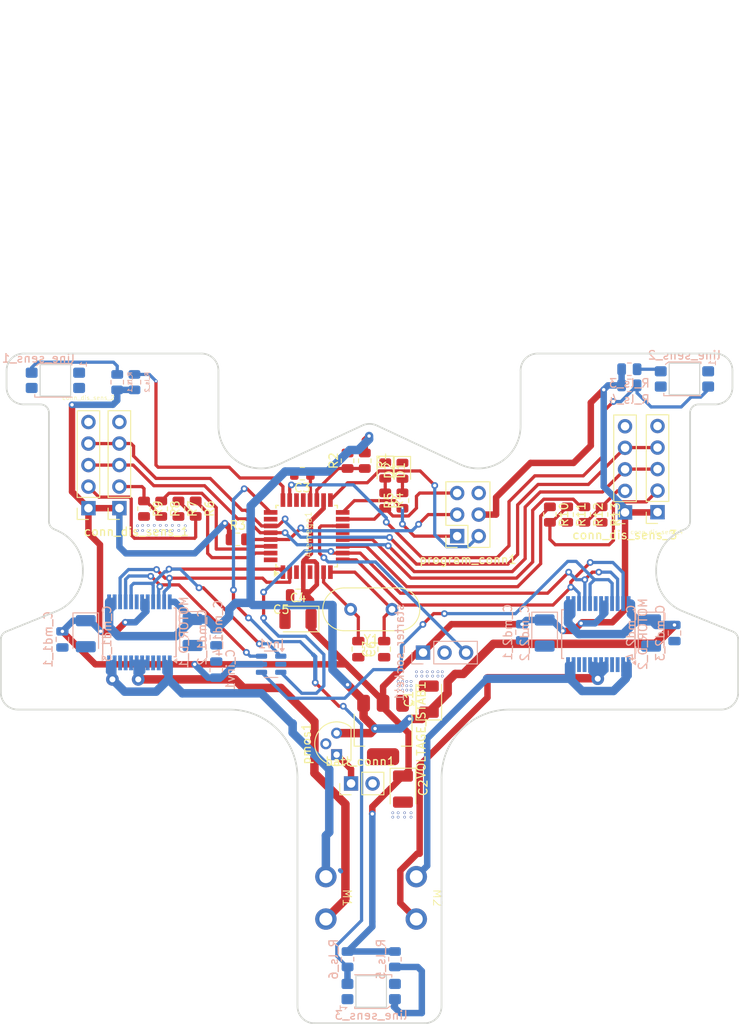
<source format=kicad_pcb>
(kicad_pcb (version 20240108) (generator "pcbnew") (generator_version "8.0")
  (layers (0 "F.Cu" signal) (31 "B.Cu" signal) (34 "B.Paste" user) (35 "F.Paste" user) (36 "B.SilkS" user "B.Silkscreen") (37 "F.SilkS" user "F.Silkscreen") (38 "B.Mask" user) (39 "F.Mask" user) (44 "Edge.Cuts" user))
  (net 0 "")
  (net 1 "+5V")
  (net 2 "/SDA")
  (net 3 "/motor_dirr_B_inv")
  (net 4 "/atemega/XSHUT1")
  (net 5 "GND")
  (net 6 "/atemega/STARTER")
  (net 8 "/atemega/line_sensor_3")
  (net 9 "/atemega/XSHUT3")
  (net 10 "/atemega/XSHUT2")
  (net 12 "/atemega/line_sensor_1")
  (net 13 "/motor_dirr_A_inv")
  (net 14 "/SCL")
  (net 15 "/atemega/MOSI")
  (net 16 "/atemega/Motor_speed_2")
  (net 17 "/atemega/line_sensor_2")
  (net 18 "/atemega/quartz_c1")
  (net 19 "/atemega/clock")
  (net 20 "/Motor driver 1/pwm_1")
  (net 21 "/atemega/MISO")
  (net 22 "+BATT")
  (net 23 "Net-(line_sens_1-A)")
  (net 24 "Net-(line_sens_2-A)")
  (net 25 "Net-(line_sens_3-A)")
  (net 26 "/Motor driver 1/ao_2")
  (net 27 "/Motor driver 1/a_2")
  (net 28 "/inverter/~{B_DIR}")
  (net 29 "/atemega/XSHUT4")
  (net 30 "/atemega/quartz_c2")
  (net 31 "/atemega/AREF")
  (net 32 "/atemega/RESET")
  (net 33 "/voltage/D_PMOS")
  (net 34 "/motor driver 2/motor_1")
  (net 35 "/motor driver 2/motor_2")
  (net 37 "/atemega/MOSI_R")
  (net 38 "/atemega/MISO_R")
  (net 39 "/XSHUT1")
  (net 40 "/XSHUT2")
  (net 41 "/XSHUT3")
  (net 42 "/XSHUT4")
  (net 43 "/Motor driver 1/ao_1")
  (net 44 "/atemega/ADC7")
  (footprint "Resistor_SMD:R_0805_2012Metric" (layer "F.Cu") (at 68.692 111.575 -90)
    (property "Reference" "R9")
    (property "Value" "2k")
  )
  (footprint "Crystal:Crystal_HC49-4H_Vertical" (layer "F.Cu") (at 97.954 123.444 180)
    (property "Reference" "Y1")
    (property "Value" "Crystal")
  )
  (footprint "Resistor_SMD:R_0805_2012Metric" (layer "F.Cu") (at 72.756 111.575 -90)
    (property "Reference" "R7")
    (property "Value" "2k")
  )
  (footprint "Resistor_SMD:R_0805_2012Metric" (layer "F.Cu") (at 116.586 112.268 -90)
    (property "Reference" "R10")
    (property "Value" "1k")
  )
  (footprint "Resistor_SMD:R_0805_2012Metric" (layer "F.Cu") (at 118.618 112.268 -90)
    (property "Reference" "R11")
    (property "Value" "2k")
  )
  (footprint "Capacitor_SMD:C_0805_2012Metric" (layer "F.Cu") (at 93.98 128.143 90)
    (property "Reference" "C6")
    (property "Value" "22p")
  )
  (footprint "Resistor_SMD:R_0805_2012Metric" (layer "F.Cu") (at 99.187 110.617 90)
    (property "Reference" "R5")
    (property "Value" "1k")
  )
  (footprint "Resistor_SMD:R_0805_2012Metric" (layer "F.Cu") (at 79.756 115.189)
    (property "Reference" "R3")
    (property "Value" "10k")
  )
  (footprint "Connector_PinSocket_2.54mm:PinSocket_1x05_P2.54mm_Vertical" (layer "F.Cu") (at 125.451 112.01 180)
    (property "Reference" "conn_dis_sens_3")
    (property "Value" "Conn_01x05_Socket")
  )
  (footprint "Motors_KoNaR:Motor" (layer "F.Cu") (at 87.652 157.48 -90)
    (property "Reference" "M1")
    (property "Value" "~")
  )
  (footprint "Capacitor_SMD:C_0805_2012Metric" (layer "F.Cu") (at 87.376 107.442 180)
    (property "Reference" "C3")
    (property "Value" "100n")
  )
  (footprint "Package_TO_SOT_THT:TO-92L" (layer "F.Cu") (at 91.4195 140.589 90)
    (property "Reference" "pmos1")
    (property "Value" "PMOS")
  )
  (footprint "Capacitor_Tantalum_SMD:CP_EIA-3528-12_Kemet-T" (layer "F.Cu") (at 102.295 134.037 90)
    (property "Reference" "C1")
    (property "Value" "10u")
  )
  (footprint "Connector_PinSocket_2.54mm:PinSocket_2x03_P2.54mm_Vertical" (layer "F.Cu") (at 105.644 114.808 180)
    (property "Reference" "program_conn1")
    (property "Value" "AFA01-S06FCC-00")
  )
  (footprint "LED_SMD:LED_0805_2012Metric" (layer "F.Cu") (at 99.187 107.101 -90)
    (property "Reference" "D2")
    (property "Value" "LED")
  )
  (footprint "Resistor_SMD:R_0805_2012Metric" (layer "F.Cu") (at 97.155 110.617 90)
    (property "Reference" "R4")
    (property "Value" "1k")
  )
  (footprint "Connector_PinSocket_2.54mm:PinSocket_1x05_P2.54mm_Vertical" (layer "F.Cu") (at 65.786 111.506 180)
    (property "Reference" "conn_dis_sens_1")
    (property "Value" "Conn_01x05_Socket")
  )
  (footprint "Motors_KoNaR:Motor" (layer "F.Cu") (at 98.32 157.48 -90)
    (property "Reference" "M2")
    (property "Value" "~")
  )
  (footprint "Resistor_SMD:R_0805_2012Metric" (layer "F.Cu") (at 122.682 112.268 -90)
    (property "Reference" "R13")
    (property "Value" "2k")
  )
  (footprint "Capacitor_Tantalum_SMD:CP_EIA-3528-12_Kemet-T" (layer "F.Cu") (at 86.868 124.587 180)
    (property "Reference" "C4")
    (property "Value" "10u")
  )
  (footprint "Package_QFP:TQFP-32_7x7mm_P0.8mm" (layer "F.Cu") (at 87.884 114.808 90)
    (property "Reference" "Atemega1")
    (property "Value" "ATmega328P-A")
  )
  (footprint "Connector_PinHeader_2.54mm:PinHeader_1x02_P2.54mm_Vertical" (layer "F.Cu") (at 93.1235 143.988 90)
    (property "Reference" "batt_conn1")
    (property "Value" "Conn_01x02_Pin")
  )
  (footprint "Capacitor_SMD:C_0805_2012Metric" (layer "F.Cu") (at 97.028 128.143 -90)
    (property "Reference" "C7")
    (property "Value" "22p")
  )
  (footprint "Capacitor_SMD:C_0805_2012Metric" (layer "F.Cu") (at 86.8815 121.793 180)
    (property "Reference" "C5")
    (property "Value" "100n")
  )
  (footprint "Resistor_SMD:R_0805_2012Metric" (layer "F.Cu") (at 74.788 111.5655 -90)
    (property "Reference" "R6")
    (property "Value" "1k")
  )
  (footprint "Resistor_SMD:R_0805_2012Metric" (layer "F.Cu") (at 92.71 105.918 90)
    (property "Reference" "R2")
    (property "Value" "10K")
  )
  (footprint "Connector_PinSocket_2.54mm:PinSocket_1x05_P2.54mm_Vertical" (layer "F.Cu") (at 129.286 111.984 180)
    (property "Reference" "conn_dis_sens_4")
    (property "Value" "Conn_01x05_Socket")
  )
  (footprint "Resistor_SMD:R_0805_2012Metric" (layer "F.Cu") (at 70.724 111.575 -90)
    (property "Reference" "R8")
    (property "Value" "1k")
  )
  (footprint "Capacitor_Tantalum_SMD:CP_EIA-3528-12_Kemet-T" (layer "F.Cu") (at 99.247 144.6455 -90)
    (property "Reference" "C2")
    (property "Value" "10u")
  )
  (footprint "Connector_PinSocket_2.54mm:PinSocket_1x05_P2.54mm_Vertical" (layer "F.Cu") (at 62.137 111.5105 180)
    (property "Reference" "conn_dis_sens_2")
    (property "Value" "Conn_01x05_Socket")
  )
  (footprint "Package_TO_SOT_SMD:SOT-223" (layer "F.Cu") (at 96.901 137.6755 -90)
    (property "Reference" "VOLTAGE_STAB1")
    (property "Value" "LM1117DT-5.0")
  )
  (footprint "Resistor_SMD:R_0805_2012Metric" (layer "F.Cu") (at 94.742 105.918 -90)
    (property "Reference" "R1")
    (property "Value" "10K")
  )
  (footprint "LED_SMD:LED_0805_2012Metric" (layer "F.Cu") (at 97.155 107.061 -90)
    (property "Reference" "D1")
    (property "Value" "LED")
  )
  (footprint "Resistor_SMD:R_0805_2012Metric" (layer "F.Cu") (at 120.65 112.268 -90)
    (property "Reference" "R12")
    (property "Value" "1k")
  )
  (footprint "Connector_PinSocket_2.54mm:PinSocket_1x03_P2.54mm_Vertical" (layer "B.Cu") (at 101.615 128.549 -90)
    (property "Reference" "starter_socket1")
    (property "Value" "Conn_01x03_Socket")
  )
  (footprint "Resistor_SMD:R_0805_2012Metric" (layer "B.Cu") (at 125.9605 95.123)
    (property "Reference" "R_ls_3")
    (property "Value" "200R")
  )
  (footprint "Capacitor_Tantalum_SMD:CP_EIA-3528-12_Kemet-T" (layer "B.Cu") (at 115.963 126.238 -90)
    (property "Reference" "C_md2_2")
    (property "Value" "10u")
  )
  (footprint "Package_TO_SOT_SMD:SOT-23-6" (layer "B.Cu") (at 83.693 129.921 180)
    (property "Reference" "Inv1")
    (property "Value" "SN74LVC2G14DBV")
  )
  (footprint "OptoDevice:Everlight_ITR8307" (layer "B.Cu") (at 95.5 168.529 90)
    (property "Reference" "line_sens_3")
    (property "Value" "ITR8307")
    (fp_line (start 1.85 -1.8) (end 1.85 1.8) (stroke (width 0.12)) (layer "Edge.Cuts"))
    (fp_line (start -1.85 -1.8) (end 1.85 -1.8) (stroke (width 0.12)) (layer "Edge.Cuts"))
    (fp_line (start 1.85 1.8) (end -1.85 1.8) (stroke (width 0.12)) (layer "Edge.Cuts"))
    (fp_line (start -1.85 1.8) (end -1.85 -1.8) (stroke (width 0.12)) (layer "Edge.Cuts"))
  )
  (footprint "Capacitor_SMD:C_0805_2012Metric" (layer "B.Cu") (at 113.296 126.148 -90)
    (property "Reference" "C_md2_1")
    (property "Value" "100n")
  )
  (footprint "Capacitor_SMD:C_0805_2012Metric" (layer "B.Cu") (at 131.284 126.238 -90)
    (property "Reference" "C_md2_3")
    (property "Value" "100n")
  )
  (footprint "Capacitor_SMD:C_0805_2012Metric" (layer "B.Cu") (at 77.2285 126.7395 -90)
    (property "Reference" "C_md1_2")
    (property "Value" "100n")
  )
  (footprint "Package_SO:SSOP-24_5.3x8.2mm_P0.65mm" (layer "B.Cu") (at 68.1485 126.1615 90)
    (property "Reference" "MOTOR_D_1")
    (property "Value" "TB6612FNG")
  )
  (footprint "Capacitor_SMD:C_0805_2012Metric" (layer "B.Cu") (at 77.216 130.556 90)
    (property "Reference" "C_inv1")
    (property "Value" "100n")
  )
  (footprint "Package_SO:SSOP-24_5.3x8.2mm_P0.65mm" (layer "B.Cu") (at 122.301 126.365 90)
    (property "Reference" "MOTOR_D_2")
    (property "Value" "TB6612FNG")
  )
  (footprint "Capacitor_Tantalum_SMD:CP_EIA-3528-12_Kemet-T" (layer "B.Cu") (at 61.8185 126.3215 -90)
    (property "Reference" "C_md1_3")
    (property "Value" "10u")
  )
  (footprint "Capacitor_Tantalum_SMD:CP_EIA-3528-12_Kemet-T" (layer "B.Cu") (at 74.4185 126.174 -90)
    (property "Reference" "C_md1_4")
    (property "Value" "10u")
  )
  (footprint "Capacitor_Tantalum_SMD:CP_EIA-3528-12_Kemet-T" (layer "B.Cu") (at 128.524 126.238 -90)
    (property "Reference" "C_md2_4")
    (property "Value" "10u")
  )
  (footprint "OptoDevice:Everlight_ITR8307" (layer "B.Cu") (at 58.235 96.4305 -90)
    (property "Reference" "line_sens_1")
    (property "Value" "ITR8307" (hide yes))
    (fp_line (start -1.85 1.8) (end -1.85 -1.8) (stroke (width 0.12)) (layer "Edge.Cuts"))
    (fp_line (start 1.85 1.8) (end -1.85 1.8) (stroke (width 0.12)) (layer "Edge.Cuts"))
    (fp_line (start -1.85 -1.8) (end 1.85 -1.8) (stroke (width 0.12)) (layer "Edge.Cuts"))
    (fp_line (start 1.85 -1.8) (end 1.85 1.8) (stroke (width 0.12)) (layer "Edge.Cuts"))
  )
  (footprint "Resistor_SMD:R_0805_2012Metric" (layer "B.Cu") (at 92.71 164.719 -90)
    (property "Reference" "R_ls_6")
    (property "Value" "10k")
  )
  (footprint "Resistor_SMD:R_0805_2012Metric" (layer "B.Cu") (at 125.9605 97.028)
    (property "Reference" "R_ls_4")
    (property "Value" "10k")
  )
  (footprint "Resistor_SMD:R_0805_2012Metric" (layer "B.Cu") (at 67.564 96.647 90)
    (property "Reference" "R_ls_2")
    (property "Value" "10k")
  )
  (footprint "Capacitor_SMD:C_0805_2012Metric" (layer "B.Cu") (at 59.0615 126.9935 -90)
    (property "Reference" "C_md1_1")
    (property "Value" "100n")
  )
  (footprint "Resistor_SMD:R_0805_2012Metric" (layer "B.Cu") (at 65.532 96.647 90)
    (property "Reference" "R_ls_1")
    (property "Value" "200R")
  )
  (footprint "OptoDevice:Everlight_ITR8307" (layer "B.Cu") (at 132.461 96.266 -90)
    (property "Reference" "line_sens_2")
    (property "Value" "ITR8307")
    (fp_line (start -1.85 1.8) (end -1.85 -1.8) (stroke (width 0.12)) (layer "Edge.Cuts"))
    (fp_line (start 1.85 1.8) (end -1.85 1.8) (stroke (width 0.12)) (layer "Edge.Cuts"))
    (fp_line (start -1.85 -1.8) (end 1.85 -1.8) (stroke (width 0.12)) (layer "Edge.Cuts"))
    (fp_line (start 1.85 -1.8) (end 1.85 1.8) (stroke (width 0.12)) (layer "Edge.Cuts"))
  )
  (footprint "Resistor_SMD:R_0805_2012Metric" (layer "B.Cu") (at 98.298 164.719 -90)
    (property "Reference" "R_ls_5")
    (property "Value" "200R")
  )
  (gr_line (start 58.343888 123.670409) (end 52.424383 126.06948) (stroke (width 0.2)) (layer "Edge.Cuts"))
  (gr_line (start 94.454765 101.754125) (end 84.586709 106.355675) (stroke (width 0.2)) (layer "Edge.Cuts"))
  (gr_arc (start 132.241171 123.664358) (mid 129.971658 121.815156) (end 129.126392 119.012352) (stroke (width 0.2)) (layer "Edge.Cuts"))
  (gr_arc (start 136.1264 93.269428) (mid 137.53761 93.852218) (end 138.126382 95.260943) (stroke (width 0.2)) (layer "Edge.Cuts"))
  (gr_line (start 75.473619 93.269428) (end 54.473616 93.269428) (stroke (width 0.2)) (layer "Edge.Cuts"))
  (gr_line (start 138.8 133.269428) (end 138.8 126.992864) (stroke (width 0.2)) (layer "Edge.Cuts"))
  (gr_arc (start 52.473618 95.269427) (mid 53.059404 93.855214) (end 54.473616 93.269428) (stroke (width 0.2)) (layer "Edge.Cuts"))
  (gr_line (start 86.8 143.269429) (end 86.8 170.26943) (stroke (width 0.2)) (layer "Edge.Cuts"))
  (gr_arc (start 51.8 127) (mid 51.969608 126.439066) (end 52.424383 126.06948) (stroke (width 0.2)) (layer "Edge.Cuts"))
  (gr_line (start 57.473618 100.269427) (end 57.473618 113.069944) (stroke (width 0.2)) (layer "Edge.Cuts"))
  (gr_arc (start 94.454765 101.754125) (mid 95.3 101.566741) (end 96.145235 101.754125) (stroke (width 0.2)) (layer "Edge.Cuts"))
  (gr_line (start 134.1324 99.269428) (end 136.126382 99.269428) (stroke (width 0.2)) (layer "Edge.Cuts"))
  (gr_line (start 111.8 135.269428) (end 136.8 135.269428) (stroke (width 0.2)) (layer "Edge.Cuts"))
  (gr_line (start 106.01329 106.355674) (end 96.145235 101.754125) (stroke (width 0.2)) (layer "Edge.Cuts"))
  (gr_line (start 88.799999 172.269428) (end 101.8 172.269428) (stroke (width 0.2)) (layer "Edge.Cuts"))
  (gr_arc (start 58.068216 113.984082) (mid 57.635345 113.615195) (end 57.473619 113.069944) (stroke (width 0.2)) (layer "Edge.Cuts"))
  (gr_line (start 138.175546 126.069451) (end 132.241171 123.664358) (stroke (width 0.2)) (layer "Edge.Cuts"))
  (gr_arc (start 138.126382 97.269428) (mid 137.540594 98.683635) (end 136.126382 99.269428) (stroke (width 0.2)) (layer "Edge.Cuts"))
  (gr_line (start 138.126382 97.269428) (end 138.126382 95.260943) (stroke (width 0.2)) (layer "Edge.Cuts"))
  (gr_line (start 53.799999 135.269428) (end 78.799999 135.269428) (stroke (width 0.2)) (layer "Edge.Cuts"))
  (gr_arc (start 75.473619 93.269428) (mid 76.887832 93.855214) (end 77.473618 95.269427) (stroke (width 0.2)) (layer "Edge.Cuts"))
  (gr_arc (start 54.473618 99.269428) (mid 53.059404 98.683642) (end 52.473618 97.269429) (stroke (width 0.2)) (layer "Edge.Cuts"))
  (gr_arc (start 138.8 133.269428) (mid 138.214214 134.683642) (end 136.8 135.269428) (stroke (width 0.2)) (layer "Edge.Cuts"))
  (gr_arc (start 56.473619 99.269428) (mid 57.180725 99.562321) (end 57.473618 100.269427) (stroke (width 0.2)) (layer "Edge.Cuts"))
  (gr_arc (start 113.126382 95.269418) (mid 113.712165 93.855213) (end 115.12637 93.269428) (stroke (width 0.2)) (layer "Edge.Cuts"))
  (gr_arc (start 58.50063 114.175849) (mid 60.667706 116.024477) (end 61.473608 118.75654) (stroke (width 0.2)) (layer "Edge.Cuts"))
  (gr_arc (start 53.799999 135.269428) (mid 52.385786 134.683642) (end 51.8 133.26943) (stroke (width 0.2)) (layer "Edge.Cuts"))
  (gr_arc (start 84.586709 106.355674) (mid 79.78712 106.041093) (end 77.473618 101.824136) (stroke (width 0.2)) (layer "Edge.Cuts"))
  (gr_line (start 51.8 127) (end 51.8 133.26943) (stroke (width 0.2)) (layer "Edge.Cuts"))
  (gr_line (start 129.126392 119.012352) (end 129.126392 118.736509) (stroke (width 0.2)) (layer "Edge.Cuts"))
  (gr_arc (start 78.799999 135.269428) (mid 84.456854 137.612574) (end 86.8 143.269429) (stroke (width 0.2)) (layer "Edge.Cuts"))
  (gr_line (start 61.473608 118.75654) (end 61.473608 119.033378) (stroke (width 0.2)) (layer "Edge.Cuts"))
  (gr_arc (start 88.799999 172.269428) (mid 87.385786 171.683642) (end 86.8 170.26943) (stroke (width 0.2)) (layer "Edge.Cuts"))
  (gr_line (start 58.068216 113.984082) (end 58.50063 114.175849) (stroke (width 0.2)) (layer "Edge.Cuts"))
  (gr_line (start 103.8 170.269428) (end 103.8 143.269428) (stroke (width 0.2)) (layer "Edge.Cuts"))
  (gr_arc (start 133.126382 100.269428) (mid 133.421405 99.56019) (end 134.1324 99.269428) (stroke (width 0.2)) (layer "Edge.Cuts"))
  (gr_arc (start 138.175546 126.069451) (mid 138.628357 126.436088) (end 138.8 126.992864) (stroke (width 0.2)) (layer "Edge.Cuts"))
  (gr_line (start 57.473619 113.069944) (end 57.473618 113.069944) (stroke (width 0.2)) (layer "Edge.Cuts"))
  (gr_line (start 136.1264 93.269428) (end 115.12637 93.269428) (stroke (width 0.2)) (layer "Edge.Cuts"))
  (gr_line (start 54.473618 99.269428) (end 56.473619 99.269428) (stroke (width 0.2)) (layer "Edge.Cuts"))
  (gr_arc (start 61.473608 119.033378) (mid 60.617966 121.830573) (end 58.343888 123.670409) (stroke (width 0.2)) (layer "Edge.Cuts"))
  (gr_line (start 84.586709 106.355674) (end 84.586709 106.355675) (stroke (width 0.2)) (layer "Edge.Cuts"))
  (gr_arc (start 103.8 170.269428) (mid 103.214214 171.683642) (end 101.8 172.269428) (stroke (width 0.2)) (layer "Edge.Cuts"))
  (gr_line (start 77.473618 101.824136) (end 77.473618 95.269427) (stroke (width 0.2)) (layer "Edge.Cuts"))
  (gr_line (start 132.099341 114.175862) (end 132.539259 113.980767) (stroke (width 0.2)) (layer "Edge.Cuts"))
  (gr_arc (start 103.8 143.269428) (mid 106.143146 137.612574) (end 111.8 135.269428) (stroke (width 0.2)) (layer "Edge.Cuts"))
  (gr_line (start 52.473618 95.269427) (end 52.473618 97.269429) (stroke (width 0.2)) (layer "Edge.Cuts"))
  (gr_arc (start 129.126392 118.736509) (mid 129.937739 116.01609) (end 132.099341 114.175862) (stroke (width 0.2)) (layer "Edge.Cuts"))
  (gr_arc (start 113.126382 101.824138) (mid 110.81288 106.041091) (end 106.01329 106.355674) (stroke (width 0.2)) (layer "Edge.Cuts"))
  (gr_arc (start 133.126382 113.069828) (mid 132.96688 113.611697) (end 132.539259 113.980767) (stroke (width 0.2)) (layer "Edge.Cuts"))
  (gr_line (start 113.126382 95.269418) (end 113.126382 101.824138) (stroke (width 0.2)) (layer "Edge.Cuts"))
  (gr_line (start 133.126382 113.069828) (end 133.126382 100.269428) (stroke (width 0.2)) (layer "Edge.Cuts"))
  (via (at 102.743 131.318) (size 0.3) (drill 0.2) (layers "F.Cu" "B.Cu") (net 0))
  (via (at 71.374 114.1476) (size 0.3) (drill 0.2) (layers "F.Cu" "B.Cu") (net 0))
  (via (at 101.473 131.318) (size 0.3) (drill 0.2) (layers "F.Cu" "B.Cu") (net 0))
  (via (at 103.886 131.318) (size 0.3) (drill 0.2) (layers "F.Cu" "B.Cu") (net 0))
  (via (at 98.044 147.447) (size 0.3) (drill 0.2) (layers "F.Cu" "B.Cu") (net 0))
  (via (at 69.9008 113.538) (size 0.3) (drill 0.2) (layers "F.Cu" "B.Cu") (net 0))
  (via (at 67.9196 114.1476) (size 0.3) (drill 0.2) (layers "F.Cu" "B.Cu") (net 0))
  (via (at 70.6628 114.1476) (size 0.3) (drill 0.2) (layers "F.Cu" "B.Cu") (net 0))
  (via (at 101.473 130.81) (size 0.3) (drill 0.2) (layers "F.Cu" "B.Cu") (net 0))
  (via (at 98.679 132.461) (size 0.3) (drill 0.2) (layers "F.Cu" "B.Cu") (net 0))
  (via (at 99.695 132.461) (size 0.3) (drill 0.2) (layers "F.Cu" "B.Cu") (net 0))
  (via (at 69.9516 114.1476) (size 0.3) (drill 0.2) (layers "F.Cu" "B.Cu") (net 0))
  (via (at 103.378 131.318) (size 0.3) (drill 0.2) (layers "F.Cu" "B.Cu") (net 0))
  (via (at 69.1896 114.1476) (size 0.3) (drill 0.2) (layers "F.Cu" "B.Cu") (net 0))
  (via (at 98.044 147.955) (size 0.3) (drill 0.2) (layers "F.Cu" "B.Cu") (net 0))
  (via (at 73.5584 114.1476) (size 0.3) (drill 0.2) (layers "F.Cu" "B.Cu") (net 0))
  (via (at 99.695 132.969) (size 0.3) (drill 0.2) (layers "F.Cu" "B.Cu") (net 0))
  (via (at 99.187 132.969) (size 0.3) (drill 0.2) (layers "F.Cu" "B.Cu") (net 0))
  (via (at 100.203 147.447) (size 0.3) (drill 0.2) (layers "F.Cu" "B.Cu") (net 0))
  (via (at 99.441 147.447) (size 0.3) (drill 0.2) (layers "F.Cu" "B.Cu") (net 0))
  (via (at 100.203 132.461) (size 0.3) (drill 0.2) (layers "F.Cu" "B.Cu") (net 0))
  (via (at 72.0344 113.538) (size 0.3) (drill 0.2) (layers "F.Cu" "B.Cu") (net 0))
  (via (at 98.679 132.969) (size 0.3) (drill 0.2) (layers "F.Cu" "B.Cu") (net 0))
  (via (at 99.441 147.955) (size 0.3) (drill 0.2) (layers "F.Cu" "B.Cu") (net 0))
  (via (at 100.203 131.953) (size 0.3) (drill 0.2) (layers "F.Cu" "B.Cu") (net 0))
  (via (at 72.7964 113.538) (size 0.3) (drill 0.2) (layers "F.Cu" "B.Cu") (net 0))
  (via (at 69.1896 113.538) (size 0.3) (drill 0.2) (layers "F.Cu" "B.Cu") (net 0))
  (via (at 72.7964 114.1476) (size 0.3) (drill 0.2) (layers "F.Cu" "B.Cu") (net 0))
  (via (at 99.695 131.953) (size 0.3) (drill 0.2) (layers "F.Cu" "B.Cu") (net 0))
  (via (at 103.886 130.81) (size 0.3) (drill 0.2) (layers "F.Cu" "B.Cu") (net 0))
  (via (at 68.5292 114.1476) (size 0.3) (drill 0.2) (layers "F.Cu" "B.Cu") (net 0))
  (via (at 102.108 131.318) (size 0.3) (drill 0.2) (layers "F.Cu" "B.Cu") (net 0))
  (via (at 100.838 131.318) (size 0.3) (drill 0.2) (layers "F.Cu" "B.Cu") (net 0))
  (via (at 98.679 147.955) (size 0.3) (drill 0.2) (layers "F.Cu" "B.Cu") (net 0))
  (via (at 100.838 130.81) (size 0.3) (drill 0.2) (layers "F.Cu" "B.Cu") (net 0))
  (via (at 99.187 132.461) (size 0.3) (drill 0.2) (layers "F.Cu" "B.Cu") (net 0))
  (via (at 67.9196 113.5888) (size 0.3) (drill 0.2) (layers "F.Cu" "B.Cu") (net 0))
  (via (at 99.187 131.953) (size 0.3) (drill 0.2) (layers "F.Cu" "B.Cu") (net 0))
  (via (at 103.378 130.81) (size 0.3) (drill 0.2) (layers "F.Cu" "B.Cu") (net 0))
  (via (at 98.679 131.953) (size 0.3) (drill 0.2) (layers "F.Cu" "B.Cu") (net 0))
  (via (at 68.5292 113.538) (size 0.3) (drill 0.2) (layers "F.Cu" "B.Cu") (net 0))
  (via (at 102.743 130.81) (size 0.3) (drill 0.2) (layers "F.Cu" "B.Cu") (net 0))
  (via (at 102.108 130.81) (size 0.3) (drill 0.2) (layers "F.Cu" "B.Cu") (net 0))
  (via (at 71.3232 113.538) (size 0.3) (drill 0.2) (layers "F.Cu" "B.Cu") (net 0))
  (via (at 98.679 147.447) (size 0.3) (drill 0.2) (layers "F.Cu" "B.Cu") (net 0))
  (via (at 72.0344 114.1476) (size 0.3) (drill 0.2) (layers "F.Cu" "B.Cu") (net 0))
  (via (at 100.203 132.969) (size 0.3) (drill 0.2) (layers "F.Cu" "B.Cu") (net 0))
  (via (at 70.612 113.538) (size 0.3) (drill 0.2) (layers "F.Cu" "B.Cu") (net 0))
  (via (at 73.5584 113.5888) (size 0.3) (drill 0.2) (layers "F.Cu" "B.Cu") (net 0))
  (via (at 100.203 147.955) (size 0.3) (drill 0.2) (layers "F.Cu" "B.Cu") (net 0))
  (segment (start 89.884 111.538) (end 89.884 110.558) (width 0.5334) (layer "F.Cu") (net 1))
  (segment (start 99.247 143.108) (end 99.9095 142.4455) (width 0.762) (layer "F.Cu") (net 1))
  (segment (start 60.198 109.5715) (end 60.198 99.314) (width 0.762) (layer "F.Cu") (net 1))
  (segment (start 87.5423 117.7913) (end 87.5423 117.6897) (width 0.5334) (layer "F.Cu") (net 1))
  (segment (start 118.11 125.984) (end 119.38 125.984) (width 0.762) (layer "F.Cu") (net 1))
  (segment (start 88.4055 122.367) (end 87.8315 121.793) (width 0.762) (layer "F.Cu") (net 1))
  (segment (start 92.57375 129.93025) (end 88.4055 125.762) (width 0.762) (layer "F.Cu") (net 1))
  (segment (start 99.9095 138.0315) (end 96.901 135.023) (width 0.762) (layer "F.Cu") (net 1))
  (segment (start 62.137 111.5105) (end 60.198 109.5715) (width 0.762) (layer "F.Cu") (net 1))
  (segment (start 122.936 97.536) (end 121.412 99.06) (width 0.762) (layer "F.Cu") (net 1))
  (segment (start 121.412 99.06) (end 121.412 104.14) (width 0.762) (layer "F.Cu") (net 1))
  (segment (start 120.396 124.968) (end 120.269 125.095) (width 0.762) (layer "F.Cu") (net 1))
  (segment (start 110.236 110.236) (end 110.236 112.268) (width 0.762) (layer "F.Cu") (net 1))
  (segment (start 88.4055 125.762) (end 88.4055 124.587) (width 0.762) (layer "F.Cu") (net 1))
  (segment (start 125.451 112.01) (end 125.451 123.469) (width 0.762) (layer "F.Cu") (net 1))
  (segment (start 87.484 117.8496) (end 87.5423 117.7913) (width 0.5334) (layer "F.Cu") (net 1))
  (segment (start 65.7815 111.5105) (end 65.786 111.506) (width 0.762) (layer "F.Cu") (net 1))
  (segment (start 99.9095 142.4455) (end 99.9095 138.0315) (width 0.762) (layer "F.Cu") (net 1))
  (segment (start 65.3435 126.1175) (end 63.6595 126.1175) (width 0.762) (layer "F.Cu") (net 1))
  (segment (start 63.5 125.958) (end 63.5765 126.0345) (width 0.762) (layer "F.Cu") (net 1))
  (segment (start 96.901 135.023) (end 96.901 134.5255) (width 0.762) (layer "F.Cu") (net 1))
  (segment (start 104.966 125.198) (end 113.296 125.198) (width 0.762) (layer "F.Cu") (net 1))
  (segment (start 88.4055 124.587) (end 88.4055 122.367) (width 0.762) (layer "F.Cu") (net 1))
  (segment (start 78.8435 115.189) (end 78.8435 113.8955) (width 0.762) (layer "F.Cu") (net 1))
  (segment (start 96.901 134.5255) (end 96.901 134.2575) (width 0.762) (layer "F.Cu") (net 1))
  (segment (start 87.484 119.058) (end 87.484 121.4455) (width 0.5334) (layer "F.Cu") (net 1))
  (segment (start 101.615 128.549) (end 100.898 128.549) (width 0.762) (layer "F.Cu") (net 1))
  (segment (start 96.901 134.2575) (end 92.57375 129.93025) (width 0.762) (layer "F.Cu") (net 1))
  (segment (start 96.901 134.5255) (end 96.901 133.86625) (width 0.762) (layer "F.Cu") (net 1))
  (segment (start 62.94825 129.93025) (end 59.0615 126.0435) (width 0.762) (layer "F.Cu") (net 1))
  (segment (start 87.484 119.058) (end 87.484 117.8496) (width 0.5334) (layer "F.Cu") (net 1))
  (segment (start 89.084 119.058) (end 89.084 120.5405) (width 0.5334) (layer "F.Cu") (net 1))
  (segment (start 89.084 120.5405) (end 87.8315 121.793) (width 0.5334) (layer "F.Cu") (net 1))
  (segment (start 110.236 112.268) (end 108.184 112.268) (width 0.762) (layer "F.Cu") (net 1))
  (segment (start 100.898 128.549) (end 96.901 132.546) (width 0.762) (layer "F.Cu") (net 1))
  (segment (start 89.084 118.04) (end 89.084 119.058) (width 0.5334) (layer "F.Cu") (net 1))
  (segment (start 66.4865 124.9745) (end 65.3435 126.1175) (width 0.762) (layer "F.Cu") (net 1))
  (segment (start 96.901 132.546) (end 96.901 134.5255) (width 0.762) (layer "F.Cu") (net 1))
  (segment (start 129.26 112.01) (end 129.286 111.984) (width 0.762) (layer "F.Cu") (net 1))
  (segment (start 123.952 124.968) (end 120.396 124.968) (width 0.762) (layer "F.Cu") (net 1))
  (segment (start 63.5 115.824) (end 63.5 125.958) (width 0.762) (layer "F.Cu") (net 1))
  (segment (start 121.412 104.14) (end 119.38 106.172) (width 0.762) (layer "F.Cu") (net 1))
  (segment (start 101.615 128.549) (end 104.966 125.198) (width 0.762) (layer "F.Cu") (net 1))
  (segment (start 87.484 121.4455) (end 87.8315 121.793) (width 0.5334) (layer "F.Cu") (net 1))
  (segment (start 62.137 111.5105) (end 65.7815 111.5105) (width 0.762) (layer "F.Cu") (net 1))
  (segment (start 95.631 147.574) (end 95.631 146.724) (width 0.762) (layer "F.Cu") (net 1))
  (segment (start 87.5423 117.7913) (end 88.8353 117.7913) (width 0.5334) (layer "F.Cu") (net 1))
  (segment (start 125.451 112.01) (end 129.26 112.01) (width 0.762) (layer "F.Cu") (net 1))
  (segment (start 88.392 116.84) (end 88.392 113.03) (width 0.5334) (layer "F.Cu") (net 1))
  (segment (start 88.392 113.03) (end 89.884 111.538) (width 0.5334) (layer "F.Cu") (net 1))
  (segment (start 88.8353 117.7913) (end 89.084 118.04) (width 0.5334) (layer "F.Cu") (net 1))
  (segment (start 95.631 146.724) (end 99.247 143.108) (width 0.762) (layer "F.Cu") (net 1))
  (segment (start 87.5423 117.6897) (end 88.392 116.84) (width 0.5334) (layer "F.Cu") (net 1))
  (segment (start 62.137 111.5105) (end 62.137 114.461) (width 0.762) (layer "F.Cu") (net 1))
  (segment (start 119.38 106.172) (end 114.3 106.172) (width 0.762) (layer "F.Cu") (net 1))
  (segment (start 119.38 125.984) (end 120.269 125.095) (width 0.762) (layer "F.Cu") (net 1))
  (segment (start 114.3 106.172) (end 110.236 110.236) (width 0.762) (layer "F.Cu") (net 1))
  (segment (start 92.57375 129.93025) (end 62.94825 129.93025) (width 0.762) (layer "F.Cu") (net 1))
  (segment (start 78.8435 113.8955) (end 78.232 113.284) (width 0.762) (layer "F.Cu") (net 1))
  (segment (start 62.137 114.461) (end 63.5 115.824) (width 0.762) (layer "F.Cu") (net 1))
  (segment (start 125.451 123.469) (end 123.952 124.968) (width 0.762) (layer "F.Cu") (net 1))
  (via (at 113.296 125.198) (size 0.8) (drill 0.4) (layers "F.Cu" "B.Cu") (net 1))
  (via (at 95.631 147.574) (size 0.8) (drill 0.4) (layers "F.Cu" "B.Cu") (net 1))
  (via (at 118.11 125.984) (size 0.8) (drill 0.4) (layers "F.Cu" "B.Cu") (net 1))
  (via (at 63.5765 126.0345) (size 0.8) (drill 0.4) (layers "F.Cu" "B.Cu") (net 1))
  (via (at 60.198 99.314) (size 0.8) (drill 0.4) (layers "F.Cu" "B.Cu") (net 1))
  (via (at 74.676 129.93025) (size 0.8) (drill 0.4) (layers "F.Cu" "B.Cu") (net 1))
  (via (at 122.936 97.536) (size 0.8) (drill 0.4) (layers "F.Cu" "B.Cu") (net 1))
  (via (at 120.269 125.095) (size 0.8) (drill 0.4) (layers "F.Cu" "B.Cu") (net 1))
  (via (at 59.0615 126.0435) (size 0.8) (drill 0.4) (layers "F.Cu" "B.Cu") (net 1))
  (via (at 66.4865 124.9745) (size 0.8) (drill 0.4) (layers "F.Cu" "B.Cu") (net 1))
  (via (at 78.232 113.284) (size 0.8) (drill 0.4) (layers "F.Cu" "B.Cu") (net 1))
  (segment (start 65.786 116.078) (end 65.786 111.506) (width 0.762) (layer "B.Cu") (net 1))
  (segment (start 122.936 98.552) (end 122.936 97.536) (width 0.762) (layer "B.Cu") (net 1))
  (segment (start 122.782 124.221) (end 123.12 123.883) (width 0.762) (layer "B.Cu") (net 1))
  (segment (start 61.8185 124.784) (end 60.321 124.784) (width 0.762) (layer "B.Cu") (net 1))
  (segment (start 116.9035 124.7775) (end 118.11 125.984) (width 0.762) (layer "B.Cu") (net 1))
  (segment (start 92.71 163.8065) (end 95.631 160.8855) (width 0.762) (layer "B.Cu") (net 1))
  (segment (start 68.9675 123.6915) (end 68.6295 123.3535) (width 0.762) (layer "B.Cu") (net 1))
  (segment (start 95.631 160.274) (end 95.631 147.574) (width 0.762) (layer "B.Cu") (net 1))
  (segment (start 121.908 125.095) (end 122.782 124.221) (width 0.762) (layer "B.Cu") (net 1))
  (segment (start 95.631 160.782) (end 95.631 160.274) (width 0.762) (layer "B.Cu") (net 1))
  (segment (start 95.631 160.8855) (end 95.631 160.782) (width 0.762) (layer "B.Cu") (net 1))
  (segment (start 125.048 97.028) (end 125.048 95.123) (width 0.762) (layer "B.Cu") (net 1))
  (segment (start 76.25175 131.506) (end 77.216 131.506) (width 0.762) (layer "B.Cu") (net 1))
  (segment (start 115.963 124.7005) (end 113.7935 124.7005) (width 0.762) (layer "B.Cu") (net 1))
  (segment (start 65.532 98.806) (end 65.532 97.5595) (width 0.762) (layer "B.Cu") (net 1))
  (segment (start 122.936 108.97874) (end 122.936 98.552) (width 0.762) (layer "B.Cu") (net 1))
  (segment (start 125.451 112.01) (end 125.451 111.49374) (width 0.762) (layer "B.Cu") (net 1))
  (segment (start 62.326 124.784) (end 63.5765 126.0345) (width 0.762) (layer "B.Cu") (net 1))
  (segment (start 60.198 99.314) (end 65.024 99.314) (width 0.762) (layer "B.Cu") (net 1))
  (segment (start 67.6845 124.9745) (end 66.4865 124.9745) (width 0.762) (layer "B.Cu") (net 1))
  (segment (start 79.375 129.921) (end 82.5555 129.921) (width 0.762) (layer "B.Cu") (net 1))
  (segment (start 68.9675 123.6915) (end 67.6845 124.9745) (width 0.762) (layer "B.Cu") (net 1))
  (segment (start 78.232 113.284) (end 74.676 116.84) (width 0.762) (layer "B.Cu") (net 1))
  (segment (start 74.676 116.84) (end 66.548 116.84) (width 0.762) (layer "B.Cu") (net 1))
  (segment (start 65.024 99.314) (end 65.532 98.806) (width 0.762) (layer "B.Cu") (net 1))
  (segment (start 120.269 125.095) (end 121.908 125.095) (width 0.762) (layer "B.Cu") (net 1))
  (segment (start 125.451 111.49374) (end 122.936 108.97874) (width 0.762) (layer "B.Cu") (net 1))
  (segment (start 68.6295 123.3535) (end 68.6295 122.5615) (width 0.762) (layer "B.Cu") (net 1))
  (segment (start 60.321 124.784) (end 59.0615 126.0435) (width 0.762) (layer "B.Cu") (net 1))
  (segment (start 74.676 129.93025) (end 76.25175 131.506) (width 0.762) (layer "B.Cu") (net 1))
  (segment (start 77.79 131.506) (end 79.375 129.921) (width 0.762) (layer "B.Cu") (net 1))
  (segment (start 92.71 163.8065) (end 98.298 163.8065) (width 0.762) (layer "B.Cu") (net 1))
  (segment (start 122.782 124.221) (end 122.782 122.765) (width 0.762) (layer "B.Cu") (net 1))
  (segment (start 65.532 97.5595) (end 67.564 97.5595) (width 0.762) (layer "B.Cu") (net 1))
  (segment (start 113.7935 124.7005) (end 113.296 125.198) (width 0.762) (layer "B.Cu") (net 1))
  (segment (start 125.048 97.028) (end 123.444 97.028) (width 0.762) (layer "B.Cu") (net 1))
  (segment (start 66.548 116.84) (end 65.786 116.078) (width 0.762) (layer "B.Cu") (net 1))
  (segment (start 123.444 97.028) (end 122.936 97.536) (width 0.762) (layer "B.Cu") (net 1))
  (segment (start 77.216 131.506) (end 77.79 131.506) (width 0.762) (layer "B.Cu") (net 1))
  (segment (start 123.12 123.883) (end 123.12 122.765) (width 0.762) (layer "B.Cu") (net 1))
  (segment (start 68.9675 123.6915) (end 68.9675 122.5615) (width 0.762) (layer "B.Cu") (net 1))
  (segment (start 67.1576 103.886) (end 67.4624 104.1908) (width 0.381) (layer "F.Cu") (net 2))
  (segment (start 115.189 108.712) (end 112.776 111.125) (width 0.381) (layer "F.Cu") (net 2))
  (segment (start 129.286 104.364) (end 125.477 104.364) (width 0.381) (layer "F.Cu") (net 2))
  (segment (start 112.776 111.125) (end 112.776 116.967) (width 0.381) (layer "F.Cu") (net 2))
  (segment (start 100.838 118.11) (end 97.663 114.935) (width 0.381) (layer "F.Cu") (net 2))
  (segment (start 65.786 103.886) (end 67.1576 103.886) (width 0.381) (layer "F.Cu") (net 2))
  (segment (start 65.7815 103.8905) (end 65.786 103.886) (width 0.381) (layer "F.Cu") (net 2))
  (segment (start 67.4624 105.3592) (end 70.104 108.0008) (width 0.381) (layer "F.Cu") (net 2))
  (segment (start 67.4624 104.1908) (end 67.4624 105.3592) (width 0.381) (layer "F.Cu") (net 2))
  (segment (start 121.129 108.712) (end 115.189 108.712) (width 0.381) (layer "F.Cu") (net 2))
  (segment (start 62.137 103.8905) (end 65.7815 103.8905) (width 0.381) (layer "F.Cu") (net 2))
  (segment (start 125.477 104.364) (end 125.451 104.39) (width 0.381) (layer "F.Cu") (net 2))
  (segment (start 97.663 114.935) (end 97.663 114.9635) (width 0.381) (layer "F.Cu") (net 2))
  (segment (start 84.512 113.608) (end 85.344 112.776) (width 0.381) (layer "F.Cu") (net 2))
  (segment (start 80.73 111.76) (end 80.264 111.76) (width 0.381) (layer "F.Cu") (net 2))
  (segment (start 83.634 113.608) (end 84.512 113.608) (width 0.381) (layer "F.Cu") (net 2))
  (segment (start 82.578 113.608) (end 80.73 111.76) (width 0.381) (layer "F.Cu") (net 2))
  (segment (start 125.451 104.39) (end 121.129 108.712) (width 0.381) (layer "F.Cu") (net 2))
  (segment (start 70.104 108.0008) (end 76.5048 108.0008) (width 0.381) (layer "F.Cu") (net 2))
  (segment (start 111.633 118.11) (end 100.838 118.11) (width 0.381) (layer "F.Cu") (net 2))
  (segment (start 83.634 113.608) (end 82.578 113.608) (width 0.381) (layer "F.Cu") (net 2))
  (segment (start 76.5048 108.0008) (end 80.264 111.76) (width 0.381) (layer "F.Cu") (net 2))
  (segment (start 112.776 116.967) (end 111.633 118.11) (width 0.381) (layer "F.Cu") (net 2))
  (segment (start 83.691 113.665) (end 83.634 113.608) (width 0.381) (layer "F.Cu") (net 2))
  (via (at 85.344 112.776) (size 0.8) (drill 0.4) (layers "F.Cu" "B.Cu") (net 2))
  (via (at 97.663 114.9635) (size 0.8) (drill 0.4) (layers "F.Cu" "B.Cu") (net 2))
  (segment (start 85.344 113.089658) (end 87.189342 114.935) (width 0.381) (layer "B.Cu") (net 2))
  (segment (start 85.344 112.776) (end 85.344 113.089658) (width 0.381) (layer "B.Cu") (net 2))
  (segment (start 87.189342 114.935) (end 97.663 114.935) (width 0.381) (layer "B.Cu") (net 2))
  (segment (start 92.134 116.808) (end 94.202 116.808) (width 0.381) (layer "F.Cu") (net 3))
  (segment (start 121.596 119.057) (end 120.707 119.946) (width 0.381) (layer "F.Cu") (net 3))
  (segment (start 98.933 121.539) (end 116.32 121.539) (width 0.381) (layer "F.Cu") (net 3))
  (segment (start 116.32 121.539) (end 118.802 119.057) (width 0.381) (layer "F.Cu") (net 3))
  (segment (start 90.931907 116.808) (end 92.134 116.808) (width 0.381) (layer "F.Cu") (net 3))
  (segment (start 94.202 116.808) (end 98.933 121.539) (width 0.381) (layer "F.Cu") (net 3))
  (segment (start 122.358 119.057) (end 121.596 119.057) (width 0.381) (layer "F.Cu") (net 3))
  (segment (start 90.738407 116.6145) (end 90.931907 116.808) (width 0.381) (layer "F.Cu") (net 3))
  (segment (start 82.804 124.46) (end 82.804 121.412) (width 0.381) (layer "F.Cu") (net 3))
  (via (at 82.804 124.46) (size 0.8) (drill 0.4) (layers "F.Cu" "B.Cu") (net 3))
  (via (at 118.802 119.057) (size 0.8) (drill 0.4) (layers "F.Cu" "B.Cu") (net 3))
  (via (at 120.707 119.946) (size 0.8) (drill 0.4) (layers "F.Cu" "B.Cu") (net 3))
  (via (at 90.738407 116.6145) (size 0.8) (drill 0.4) (layers "F.Cu" "B.Cu") (net 3))
  (via (at 122.358 119.057) (size 0.8) (drill 0.4) (layers "F.Cu" "B.Cu") (net 3))
  (via (at 82.804 121.412) (size 0.8) (drill 0.4) (layers "F.Cu" "B.Cu") (net 3))
  (segment (start 124.576 119.878) (end 123.755 119.057) (width 0.381) (layer "B.Cu") (net 3))
  (segment (start 124.576 122.765) (end 124.576 119.878) (width 0.381) (layer "B.Cu") (net 3))
  (segment (start 89.916 128.778) (end 87.757 126.619) (width 0.381) (layer "B.Cu") (net 3))
  (segment (start 89.916 132.461) (end 89.916 128.778) (width 0.381) (layer "B.Cu") (net 3))
  (segment (start 90.681407 116.5575) (end 90.738407 116.6145) (width 0.381) (layer "B.Cu") (net 3))
  (segment (start 120.707 119.946) (end 119.691 119.946) (width 0.381) (layer "B.Cu") (net 3))
  (segment (start 84.582 126.619) (end 82.804 124.841) (width 0.381) (layer "B.Cu") (net 3))
  (segment (start 82.804 124.841) (end 82.804 124.46) (width 0.381) (layer "B.Cu") (net 3))
  (segment (start 119.691 119.946) (end 118.802 119.057) (width 0.381) (layer "B.Cu") (net 3))
  (segment (start 82.804 121.412) (end 87.6585 116.5575) (width 0.381) (layer "B.Cu") (net 3))
  (segment (start 123.755 119.057) (end 122.358 119.057) (width 0.381) (layer "B.Cu") (net 3))
  (segment (start 87.6585 116.5575) (end 90.681407 116.5575) (width 0.381) (layer "B.Cu") (net 3))
  (segment (start 87.757 126.619) (end 84.582 126.619) (width 0.381) (layer "B.Cu") (net 3))
  (segment (start 120.707 122.734) (end 120.676 122.765) (width 0.381) (layer "B.Cu") (net 3))
  (segment (start 120.707 119.946) (end 120.707 122.734) (width 0.381) (layer "B.Cu") (net 3))
  (segment (start 84.8305 130.871) (end 87.3095 133.35) (width 0.381) (layer "B.Cu") (net 3))
  (segment (start 89.027 133.35) (end 89.916 132.461) (width 0.381) (layer "B.Cu") (net 3))
  (segment (start 87.3095 133.35) (end 89.027 133.35) (width 0.381) (layer "B.Cu") (net 3))
  (segment (start 77.216 111.455768) (end 77.216 116.332) (width 0.381) (layer "F.Cu") (net 4))
  (segment (start 77.216 116.332) (end 81.474342 116.332) (width 0.381) (layer "F.Cu") (net 4))
  (segment (start 75.510232 109.75) (end 77.216 111.455768) (width 0.381) (layer "F.Cu") (net 4))
  (segment (start 71.6365 109.75) (end 75.510232 109.75) (width 0.381) (layer "F.Cu") (net 4))
  (segment (start 70.724 110.6625) (end 71.6365 109.75) (width 0.381) (layer "F.Cu") (net 4))
  (segment (start 81.474342 116.332) (end 81.798342 116.008) (width 0.381) (layer "F.Cu") (net 4))
  (segment (start 81.798342 116.008) (end 83.634 116.008) (width 0.381) (layer "F.Cu") (net 4))
  (segment (start 89.408 113.792) (end 89.408 116.84) (width 0.381) (layer "F.Cu") (net 6))
  (segment (start 90.953 113.608) (end 89.592 113.608) (width 0.381) (layer "F.Cu") (net 6))
  (segment (start 89.408 116.84) (end 89.916 117.348) (width 0.381) (layer "F.Cu") (net 6))
  (segment (start 90.953 113.608) (end 92.134 113.608) (width 0.381) (layer "F.Cu") (net 6))
  (segment (start 89.592 113.608) (end 89.408 113.792) (width 0.381) (layer "F.Cu") (net 6))
  (via (at 89.916 117.348) (size 0.8) (drill 0.4) (layers "F.Cu" "B.Cu") (net 6))
  (segment (start 89.916 117.348) (end 90.424 117.856) (width 0.381) (layer "B.Cu") (net 6))
  (segment (start 96.002 117.856) (end 106.695 128.549) (width 0.381) (layer "B.Cu") (net 6))
  (segment (start 90.424 117.856) (end 96.002 117.856) (width 0.381) (layer "B.Cu") (net 6))
  (segment (start 83.634 112.008) (end 80.846 109.22) (width 0.381) (layer "F.Cu") (net 8))
  (segment (start 80.846 109.22) (end 80.518 109.22) (width 0.381) (layer "F.Cu") (net 8))
  (segment (start 88.9 132.08) (end 91.694 134.874) (width 0.381) (layer "F.Cu") (net 8))
  (segment (start 79.248 121.158) (end 79.248 122.682) (width 0.381) (layer "F.Cu") (net 8))
  (segment (start 88.9 132.08) (end 88.9 132.302502) (width 0.5) (layer "F.Cu") (net 8))
  (segment (start 79.248 122.682) (end 81.026 124.46) (width 0.381) (layer "F.Cu") (net 8))
  (segment (start 91.694 134.874) (end 92.202 134.874) (width 0.381) (layer "F.Cu") (net 8))
  (via (at 92.202 134.874) (size 0.8) (drill 0.4) (layers "F.Cu" "B.Cu") (net 8))
  (via (at 81.026 124.46) (size 0.8) (drill 0.4) (layers "F.Cu" "B.Cu") (net 8))
  (via (at 79.248 121.158) (size 0.8) (drill 0.4) (layers "F.Cu" "B.Cu") (net 8))
  (via (at 80.518 109.22) (size 0.8) (drill 0.4) (layers "F.Cu" "B.Cu") (net 8))
  (via (at 88.9 132.08) (size 0.8) (drill 0.4) (layers "F.Cu" "B.Cu") (net 8))
  (segment (start 94.364 137.036) (end 94.364 160.144) (width 0.381) (layer "B.Cu") (net 8))
  (segment (start 94.364 160.144) (end 91.44 163.068) (width 0.381) (layer "B.Cu") (net 8))
  (segment (start 92.7 165.6415) (end 92.71 165.6315) (width 0.762) (layer "B.Cu") (net 8))
  (segment (start 92.7 167.629) (end 92.7 165.6415) (width 0.762) (layer "B.Cu") (net 8))
  (segment (start 79.248 110.49) (end 79.248 121.158) (width 0.381) (layer "B.Cu") (net 8))
  (segment (start 83.935158 127.254) (end 87.122 127.254) (width 0.381) (layer "B.Cu") (net 8))
  (segment (start 88.646 128.778) (end 88.9 129.032) (width 0.5) (layer "B.Cu") (net 8))
  (segment (start 92.202 134.874) (end 94.364 137.036) (width 0.381) (layer "B.Cu") (net 8))
  (segment (start 80.518 109.22) (end 79.248 110.49) (width 0.381) (layer "B.Cu") (net 8))
  (segment (start 81.141158 124.46) (end 83.935158 127.254) (width 0.381) (layer "B.Cu") (net 8))
  (segment (start 91.8235 154.230366) (end 91.948 154.354866) (width 0.5) (layer "B.Cu") (net 8))
  (segment (start 91.44 164.3615) (end 92.71 165.6315) (width 0.381) (layer "B.Cu") (net 8))
  (segment (start 87.376 127.508) (end 88.646 128.778) (width 0.381) (layer "B.Cu") (net 8))
  (segment (start 88.9 129.032) (end 88.9 132.08) (width 0.5) (layer "B.Cu") (net 8))
  (segment (start 81.026 124.46) (end 81.141158 124.46) (width 0.381) (layer "B.Cu") (net 8))
  (segment (start 91.44 163.068) (end 91.44 164.3615) (width 0.381) (layer "B.Cu") (net 8))
  (segment (start 87.122 127.254) (end 87.376 127.508) (width 0.381) (layer "B.Cu") (net 8))
  (segment (start 119.340232 110.4525) (end 115.863768 110.4525) (width 0.381) (layer "F.Cu") (net 9))
  (segment (start 115.863768 110.4525) (end 114.554 111.762268) (width 0.381) (layer "F.Cu") (net 9))
  (segment (start 95.65 115.208) (end 92.134 115.208) (width 0.381) (layer "F.Cu") (net 9))
  (segment (start 112.649 119.761) (end 100.203 119.761) (width 0.381) (layer "F.Cu") (net 9))
  (segment (start 114.554 111.762268) (end 114.554 117.856) (width 0.381) (layer "F.Cu") (net 9))
  (segment (start 120.65 111.3555) (end 120.243232 111.3555) (width 0.381) (layer "F.Cu") (net 9))
  (segment (start 120.243232 111.3555) (end 119.340232 110.4525) (width 0.381) (layer "F.Cu") (net 9))
  (segment (start 100.203 119.761) (end 95.65 115.208) (width 0.381) (layer "F.Cu") (net 9))
  (segment (start 114.554 117.856) (end 112.649 119.761) (width 0.381) (layer "F.Cu") (net 9))
  (segment (start 81.82 116.808) (end 83.634 116.808) (width 0.381) (layer "F.Cu") (net 10))
  (segment (start 81.28 117.348) (end 81.82 116.808) (width 0.381) (layer "F.Cu") (net 10))
  (segment (start 76.2 112.065) (end 76.2 116.84) (width 0.381) (layer "F.Cu") (net 10))
  (segment (start 76.708 117.348) (end 81.28 117.348) (width 0.381) (layer "F.Cu") (net 10))
  (segment (start 76.2 116.84) (end 76.708 117.348) (width 0.381) (layer "F.Cu") (net 10))
  (segment (start 74.788 110.653) (end 76.2 112.065) (width 0.381) (layer "F.Cu") (net 10))
  (segment (start 78.74 106.68) (end 70.358 106.68) (width 0.381) (layer "F.Cu") (net 12))
  (segment (start 84.074 107.95) (end 80.01 107.95) (width 0.381) (layer "F.Cu") (net 12))
  (segment (start 85.084 110.558) (end 85.084 108.96) (width 0.381) (layer "F.Cu") (net 12))
  (segment (start 70.358 106.68) (end 70.104 106.426) (width 0.381) (layer "F.Cu") (net 12))
  (segment (start 85.084 108.96) (end 84.074 107.95) (width 0.381) (layer "F.Cu") (net 12))
  (segment (start 80.01 107.95) (end 78.74 106.68) (width 0.381) (layer "F.Cu") (net 12))
  (segment (start 70.104 106.426) (end 70.104 96.52) (width 0.381) (layer "F.Cu") (net 12))
  (via (at 70.104 96.52) (size 0.3) (drill 0.2) (layers "F.Cu" "B.Cu") (net 12))
  (segment (start 67.564 95.7345) (end 69.3185 95.7345) (width 0.381) (layer "B.Cu") (net 12))
  (segment (start 69.3185 95.7345) (end 70.104 96.52) (width 0.381) (layer "B.Cu") (net 12))
  (segment (start 67.564 95.7345) (end 67.157232 95.7345) (width 0.381) (layer "B.Cu") (net 12))
  (segment (start 67.7145 95.885) (end 67.564 95.7345) (width 0.381) (layer "B.Cu") (net 12))
  (segment (start 67.752 95.9225) (end 67.564 95.7345) (width 0.381) (layer "B.Cu") (net 12))
  (segment (start 84.726532 118.700532) (end 71.642532 118.700532) (width 0.381) (layer "F.Cu") (net 13))
  (segment (start 85.084 119.058) (end 84.726532 118.700532) (width 0.381) (layer "F.Cu") (net 13))
  (segment (start 75.692 120.904) (end 75.184 120.904) (width 0.381) (layer "F.Cu") (net 13))
  (segment (start 82.296 127.508) (end 75.692 120.904) (width 0.381) (layer "F.Cu") (net 13))
  (via (at 82.296 127.508) (size 0.8) (drill 0.4) (layers "F.Cu" "B.Cu") (net 13))
  (via (at 71.642532 118.700532) (size 0.8) (drill 0.4) (layers "F.Cu" "B.Cu") (net 13))
  (via (at 75.184 120.904) (size 0.8) (drill 0.4) (layers "F.Cu" "B.Cu") (net 13))
  (segment (start 67.1735 120.6807) (end 67.4771 120.3771) (width 0.381) (layer "B.Cu") (net 13))
  (segment (start 69.7735 120.5907) (end 69.7735 122.5615) (width 0.381) (layer "B.Cu") (net 13))
  (segment (start 84.8305 128.971) (end 83.3675 127.508) (width 0.381) (layer "B.Cu") (net 13))
  (segment (start 72.980532 118.700532) (end 71.642532 118.700532) (width 0.381) (layer "B.Cu") (net 13))
  (segment (start 71.6935 118.7515) (end 71.642532 118.700532) (width 0.381) (layer "B.Cu") (net 13))
  (segment (start 75.184 120.904) (end 72.980532 118.700532) (width 0.381) (layer "B.Cu") (net 13))
  (segment (start 69.7631 120.3771) (end 71.1347 119.0055) (width 0.381) (layer "B.Cu") (net 13))
  (segment (start 67.1735 122.5615) (end 67.1735 120.6807) (width 0.381) (layer "B.Cu") (net 13))
  (segment (start 71.4395 119.0055) (end 71.6935 118.7515) (width 0.381) (layer "B.Cu") (net 13))
  (segment (start 83.3675 127.508) (end 82.296 127.508) (width 0.381) (layer "B.Cu") (net 13))
  (segment (start 71.1347 119.0055) (end 71.4395 119.0055) (width 0.381) (layer "B.Cu") (net 13))
  (segment (start 69.5599 120.3771) (end 69.7735 120.5907) (width 0.381) (layer "B.Cu") (net 13))
  (segment (start 67.4771 120.3771) (end 69.5599 120.3771) (width 0.381) (layer "B.Cu") (net 13))
  (segment (start 69.5599 120.3771) (end 69.7631 120.3771) (width 0.381) (layer "B.Cu") (net 13))
  (segment (start 125.451 106.93) (end 122.78 109.601) (width 0.381) (layer "F.Cu") (net 14))
  (segment (start 122.78 109.601) (end 115.443 109.601) (width 0.381) (layer "F.Cu") (net 14))
  (segment (start 129.286 106.904) (end 125.477 106.904) (width 0.381) (layer "F.Cu") (net 14))
  (segment (start 113.665 117.475) (end 112.141 118.999) (width 0.381) (layer "F.Cu") (net 14))
  (segment (start 97.409 115.824) (end 97.409 115.849063) (width 0.381) (layer "F.Cu") (net 14))
  (segment (start 125.477 106.904) (end 125.451 106.93) (width 0.381) (layer "F.Cu") (net 14))
  (segment (start 85.3426 114.408997) (end 83.634997 114.408997) (width 0.381) (layer "F.Cu") (net 14))
  (segment (start 69.85 108.8644) (end 75.8444 108.8644) (width 0.381) (layer "F.Cu") (net 14))
  (segment (start 115.443 109.601) (end 113.665 111.379) (width 0.381) (layer "F.Cu") (net 14))
  (segment (start 97.409 115.849063) (end 97.511003 115.951066) (width 0.381) (layer "F.Cu") (net 14))
  (segment (start 112.141 118.999) (end 100.584 118.999) (width 0.381) (layer "F.Cu") (net 14))
  (segment (start 62.137 106.4305) (end 65.7815 106.4305) (width 0.381) (layer "F.Cu") (net 14))
  (segment (start 80.772 112.776) (end 82.404 114.408) (width 0.381) (layer "F.Cu") (net 14))
  (segment (start 79.756 112.776) (end 80.772 112.776) (width 0.381) (layer "F.Cu") (net 14))
  (segment (start 83.653 114.427) (end 83.634 114.408) (width 0.381) (layer "F.Cu") (net 14))
  (segment (start 113.665 111.379) (end 113.665 117.475) (width 0.381) (layer "F.Cu") (net 14))
  (segment (start 65.786 106.426) (end 67.4116 106.426) (width 0.381) (layer "F.Cu") (net 14))
  (segment (start 65.7815 106.4305) (end 65.786 106.426) (width 0.381) (layer "F.Cu") (net 14))
  (segment (start 100.584 118.999) (end 97.409 115.824) (width 0.381) (layer "F.Cu") (net 14))
  (segment (start 67.4116 106.426) (end 69.85 108.8644) (width 0.381) (layer "F.Cu") (net 14))
  (segment (start 75.8444 108.8644) (end 79.756 112.776) (width 0.381) (layer "F.Cu") (net 14))
  (segment (start 83.634997 114.408997) (end 83.634 114.408) (width 0.381) (layer "F.Cu") (net 14))
  (segment (start 82.404 114.408) (end 83.634 114.408) (width 0.381) (layer "F.Cu") (net 14))
  (via (at 85.3426 114.408997) (size 0.8) (drill 0.4) (layers "F.Cu" "B.Cu") (net 14))
  (via (at 97.511003 115.951066) (size 0.8) (drill 0.4) (layers "F.Cu" "B.Cu") (net 14))
  (segment (start 97.409 115.824) (end 87.63 115.824) (width 0.381) (layer "B.Cu") (net 14))
  (segment (start 86.757603 115.824) (end 85.3426 114.408997) (width 0.381) (layer "B.Cu") (net 14))
  (segment (start 87.63 115.824) (end 86.757603 115.824) (width 0.381) (layer "B.Cu") (net 14))
  (segment (start 97.155 111.5295) (end 98.058 112.4325) (width 0.381) (layer "F.Cu") (net 15))
  (segment (start 100.838 111.503732) (end 100.838 110.109) (width 0.381) (layer "F.Cu") (net 15))
  (segment (start 95.8765 112.808) (end 97.155 111.5295) (width 0.381) (layer "F.Cu") (net 15))
  (segment (start 92.134 112.808) (end 95.8765 112.808) (width 0.381) (layer "F.Cu") (net 15))
  (segment (start 100.838 110.109) (end 101.219 109.728) (width 0.381) (layer "F.Cu") (net 15))
  (segment (start 99.909232 112.4325) (end 100.838 111.503732) (width 0.381) (layer "F.Cu") (net 15))
  (segment (start 98.058 112.4325) (end 99.909232 112.4325) (width 0.381) (layer "F.Cu") (net 15))
  (segment (start 101.219 109.728) (end 105.644 109.728) (width 0.381) (layer "F.Cu") (net 15))
  (segment (start 93.732 117.608) (end 92.134 117.608) (width 0.381) (layer "F.Cu") (net 16))
  (segment (start 119.056 120.2) (end 119.056 120.835) (width 0.381) (layer "F.Cu") (net 16))
  (segment (start 121.342 117.914) (end 121.330591 117.914) (width 0.381) (layer "F.Cu") (net 16))
  (segment (start 121.342 117.914) (end 119.056 120.2) (width 0.381) (layer "F.Cu") (net 16))
  (segment (start 99.06 122.936) (end 93.732 117.608) (width 0.381) (layer "F.Cu") (net 16))
  (segment (start 116.955 122.936) (end 119.056 120.835) (width 0.381) (layer "F.Cu") (net 16))
  (segment (start 99.06 122.936) (end 116.955 122.936) (width 0.381) (layer "F.Cu") (net 16))
  (via (at 121.342 117.914) (size 0.8) (drill 0.4) (layers "F.Cu" "B.Cu") (net 16))
  (via (at 119.056 120.835) (size 0.8) (drill 0.4) (layers "F.Cu" "B.Cu") (net 16))
  (segment (start 124.009 117.914) (end 123.755 117.914) (width 0.381) (layer "B.Cu") (net 16))
  (segment (start 120.026 121.534) (end 120.026 122.765) (width 0.381) (layer "B.Cu") (net 16))
  (segment (start 125.226 119.131) (end 124.009 117.914) (width 0.381) (layer "B.Cu") (net 16))
  (segment (start 123.755 117.914) (end 121.342 117.914) (width 0.381) (layer "B.Cu") (net 16))
  (segment (start 119.056 120.835) (end 119.327 120.835) (width 0.381) (layer "B.Cu") (net 16))
  (segment (start 125.226 122.765) (end 125.226 119.131) (width 0.381) (layer "B.Cu") (net 16))
  (segment (start 119.327 120.835) (end 120.026 121.534) (width 0.381) (layer "B.Cu") (net 16))
  (segment (start 85.884 109.377) (end 85.884 108.966119) (width 0.381) (layer "F.Cu") (net 17))
  (segment (start 111.76 110.744) (end 114.808 107.696) (width 0.381) (layer "F.Cu") (net 17))
  (segment (start 97.282 113.157) (end 101.473 117.348) (width 0.381) (layer "F.Cu") (net 17))
  (segment (start 122.936 105.283) (end 122.936 100.076) (width 0.381) (layer "F.Cu") (net 17))
  (segment (start 85.884 108.966119) (end 86.086623 108.763496) (width 0.381) (layer "F.Cu") (net 17))
  (segment (start 101.473 117.348) (end 110.363 117.348) (width 0.381) (layer "F.Cu") (net 17))
  (segment (start 85.884 110.558) (end 85.884 109.377) (width 0.381) (layer "F.Cu") (net 17))
  (segment (start 122.936 100.076) (end 124.079 98.933) (width 0.381) (layer "F.Cu") (net 17))
  (segment (start 110.363 117.348) (end 111.76 115.951) (width 0.381) (layer "F.Cu") (net 17))
  (segment (start 120.523 107.696) (end 122.936 105.283) (width 0.381) (layer "F.Cu") (net 17))
  (segment (start 111.76 115.951) (end 111.76 110.744) (width 0.381) (layer "F.Cu") (net 17))
  (segment (start 114.808 107.696) (end 120.523 107.696) (width 0.381) (layer "F.Cu") (net 17))
  (via (at 97.282 113.157) (size 0.8) (drill 0.4) (layers "F.Cu" "B.Cu") (net 17))
  (via (at 86.086623 108.763496) (size 0.8) (drill 0.4) (layers "F.Cu" "B.Cu") (net 17))
  (via (at 124.079 98.933) (size 0.8) (drill 0.4) (layers "F.Cu" "B.Cu") (net 17))
  (segment (start 133.2415 98.4065) (end 134.381329 98.4065) (width 0.381) (layer "B.Cu") (net 17))
  (segment (start 97.282 112.649) (end 97.282 113.157) (width 0.381) (layer "B.Cu") (net 17))
  (segment (start 86.086623 108.763496) (end 93.396496 108.763496) (width 0.381) (layer "B.Cu") (net 17))
  (segment (start 128.524 99.568) (end 132.08 99.568) (width 0.381) (layer "B.Cu") (net 17))
  (segment (start 124.968 98.933) (end 124.079 98.933) (width 0.381) (layer "B.Cu") (net 17))
  (segment (start 126.873 97.917) (end 128.524 99.568) (width 0.381) (layer "B.Cu") (net 17))
  (segment (start 126.873 97.028) (end 126.873 97.917) (width 0.381) (layer "B.Cu") (net 17))
  (segment (start 135.261 97.526829) (end 135.261 97.166) (width 0.381) (layer "B.Cu") (net 17))
  (segment (start 134.381329 98.4065) (end 135.261 97.526829) (width 0.381) (layer "B.Cu") (net 17))
  (segment (start 126.873 97.028) (end 124.968 98.933) (width 0.381) (layer "B.Cu") (net 17))
  (segment (start 132.08 99.568) (end 133.2415 98.4065) (width 0.381) (layer "B.Cu") (net 17))
  (segment (start 93.396496 108.763496) (end 97.282 112.649) (width 0.381) (layer "B.Cu") (net 17))
  (segment (start 89.884 120.254) (end 93.074 123.444) (width 0.381) (layer "F.Cu") (net 18))
  (segment (start 89.884 119.058) (end 89.884 120.254) (width 0.381) (layer "F.Cu") (net 18))
  (segment (start 93.074 123.444) (end 93.98 124.35) (width 0.381) (layer "F.Cu") (net 18))
  (segment (start 93.98 124.35) (end 93.98 127.193) (width 0.381) (layer "F.Cu") (net 18))
  (segment (start 96.42928 107.1205) (end 101.2785 107.1205) (width 0.381) (layer "F.Cu") (net 19))
  (segment (start 101.2785 107.1205) (end 102.997 108.839) (width 0.381) (layer "F.Cu") (net 19))
  (segment (start 92.73028 108.51172) (end 95.03806 108.51172) (width 0.381) (layer "F.Cu") (net 19))
  (segment (start 95.03806 108.51172) (end 96.42928 107.1205) (width 0.381) (layer "F.Cu") (net 19))
  (segment (start 90.684 110.558) (end 92.73028 108.51172) (width 0.381) (layer "F.Cu") (net 19))
  (via (at 102.997 108.839) (size 0.8) (drill 0.4) (layers "F.Cu" "B.Cu") (net 19))
  (segment (start 102.997 108.839) (end 102.997 114.642) (width 0.381) (layer "B.Cu") (net 19))
  (segment (start 102.997 114.642) (end 104.4035 116.0485) (width 0.381) (layer "B.Cu") (net 19))
  (segment (start 104.4035 116.0485) (end 106.9435 116.0485) (width 0.381) (layer "B.Cu") (net 19))
  (segment (start 106.9435 116.0485) (end 108.184 114.808) (width 0.381) (layer "B.Cu") (net 19))
  (segment (start 71.1855 119.7675) (end 71.6935 119.7675) (width 0.381) (layer "F.Cu") (net 20))
  (segment (start 85.884 120.239) (end 85.884 119.058) (width 0.381) (layer "F.Cu") (net 20))
  (segment (start 85.8745 120.2485) (end 85.884 120.239) (width 0.381) (layer "F.Cu") (net 20))
  (segment (start 82.6835 119.7675) (end 71.6935 119.7675) (width 0.381) (layer "F.Cu") (net 20))
  (segment (start 70.1695 118.7515) (end 71.1855 119.7675) (width 0.381) (layer "F.Cu") (net 20))
  (segment (start 83.1645 120.2485) (end 85.8745 120.2485) (width 0.381) (layer "F.Cu") (net 20))
  (segment (start 83.1645 120.2485) (end 82.6835 119.7675) (width 0.381) (layer "F.Cu") (net 20))
  (via (at 71.6935 119.7675) (size 0.8) (drill 0.4) (layers "F.Cu" "B.Cu") (net 20))
  (via (at 70.1695 118.7515) (size 0.8) (drill 0.4) (layers "F.Cu" "B.Cu") (net 20))
  (segment (start 65.8735 122.5615) (end 65.8735 119.736642) (width 0.381) (layer "B.Cu") (net 20))
  (segment (start 71.6935 120.746704) (end 71.6935 119.7675) (width 0.381) (layer "B.Cu") (net 20))
  (segment (start 66.858642 118.7515) (end 70.1695 118.7515) (width 0.381) (layer "B.Cu") (net 20))
  (segment (start 65.8735 119.736642) (end 66.858642 118.7515) (width 0.381) (layer "B.Cu") (net 20))
  (segment (start 71.0735 122.5615) (end 71.0735 121.366704) (width 0.381) (layer "B.Cu") (net 20))
  (segment (start 71.0735 121.366704) (end 71.6935 120.746704) (width 0.381) (layer "B.Cu") (net 20))
  (segment (start 92.134 112.008) (end 93.5155 110.6265) (width 0.381) (layer "F.Cu") (net 21))
  (segment (start 93.5155 110.6265) (end 98.284 110.6265) (width 0.381) (layer "F.Cu") (net 21))
  (segment (start 99.187 113.411) (end 100.584 114.808) (width 0.381) (layer "F.Cu") (net 21))
  (segment (start 99.187 113.411) (end 99.187 113.3825) (width 0.381) (layer "F.Cu") (net 21))
  (segment (start 100.584 114.808) (end 105.644 114.808) (width 0.381) (layer "F.Cu") (net 21))
  (segment (start 98.284 110.6265) (end 99.187 111.5295) (width 0.381) (layer "F.Cu") (net 21))
  (via (at 99.187 113.3825) (size 0.8) (drill 0.4) (layers "F.Cu" "B.Cu") (net 21))
  (via (at 99.187 111.5295) (size 0.3) (drill 0.2) (layers "F.Cu" "B.Cu") (net 21))
  (segment (start 99.187 111.5295) (end 99.187 113.411) (width 0.381) (layer "B.Cu") (net 21))
  (segment (start 94.601 134.225) (end 92.71 132.334) (width 1) (layer "F.Cu") (net 22))
  (segment (start 94.742 105.0055) (end 94.742 103.505) (width 0.762) (layer "F.Cu") (net 22))
  (segment (start 91.4195 138.049) (end 95.422 138.049) (width 1) (layer "F.Cu") (net 22))
  (segment (start 104.521 131.953) (end 104.521 133.3485) (width 1) (layer "F.Cu") (net 22))
  (segment (start 94.601 134.5255) (end 94.601 134.225) (width 1) (layer "F.Cu") (net 22))
  (segment (start 105.41 131.064) (end 104.521 131.953) (width 1) (layer "F.Cu") (net 22))
  (segment (start 94.601 136.152) (end 94.601 134.5255) (width 1) (layer "F.Cu") (net 22))
  (segment (start 95.96 137.511) (end 94.601 136.152) (width 1) (layer "F.Cu") (net 22))
  (segment (start 106.372032 131.064) (end 105.41 131.064) (width 1) (layer "F.Cu") (net 22))
  (segment (start 109.928032 127.508) (end 106.372032 131.064) (width 1) (layer "F.Cu") (net 22))
  (segment (start 100.024 136.368) (end 101.5015 136.368) (width 1) (layer "F.Cu") (net 22))
  (segment (start 95.422 138.049) (end 95.96 137.511) (width 1) (layer "F.Cu") (net 22))
  (segment (start 129.064 127.508) (end 109.928032 127.508) (width 1) (layer "F.Cu") (net 22))
  (segment (start 94.742 103.505) (end 95.25 102.997) (width 0.762) (layer "F.Cu") (net 22))
  (segment (start 101.5015 136.368) (end 102.295 135.5745) (width 1) (layer "F.Cu") (net 22))
  (segment (start 104.521 133.3485) (end 102.295 135.5745) (width 1) (layer "F.Cu") (net 22))
  (segment (start 131.284 125.288) (end 129.064 127.508) (width 1) (layer "F.Cu") (net 22))
  (via (at 100.024 136.368) (size 0.8) (drill 0.4) (layers "F.Cu" "B.Cu") (net 22))
  (via (at 131.284 125.288) (size 0.8) (drill 0.4) (layers "F.Cu" "B.Cu") (net 22))
  (via (at 95.96 137.511) (size 0.8) (drill 0.4) (layers "F.Cu" "B.Cu") (net 22))
  (via (at 92.71 132.334) (size 0.8) (drill 0.4) (layers "F.Cu" "B.Cu") (net 22))
  (via (at 95.25 102.997) (size 0.8) (drill 0.4) (layers "F.Cu" "B.Cu") (net 22))
  (segment (start 119.101 124.066) (end 119.101 122.765) (width 1) (layer "B.Cu") (net 22))
  (segment (start 128.524 124.7005) (end 126.6625 124.7005) (width 0.762) (layer "B.Cu") (net 22))
  (segment (start 125.222 126.365) (end 120.142 126.365) (width 1) (layer "B.Cu") (net 22))
  (segment (start 118.872 125.095) (end 118.872 124.587) (width 0.762) (layer "B.Cu") (net 22))
  (segment (start 129.1115 125.288) (end 128.524 124.7005) (width 1) (layer "B.Cu") (net 22))
  (segment (start 118.726 124.441) (end 119.101 124.066) (width 1) (layer "B.Cu") (net 22))
  (segment (start 92.964 104.648) (end 90.424 107.188) (width 1) (layer "B.Cu") (net 22))
  (segment (start 77.2285 125.7895) (end 76.0755 124.6365) (width 1) (layer "B.Cu") (net 22))
  (segment (start 119.22 123.947) (end 119.22 122.765) (width 0.762) (layer "B.Cu") (net 22))
  (segment (start 77.2285 125.7895) (end 76.911 125.472) (width 1) (layer "B.Cu") (net 22))
  (segment (start 65.0675 123.0005) (end 65.0675 122.5615) (width 0.762) (layer "B.Cu") (net 22))
  (segment (start 118.726 125.044365) (end 118.726 122.765) (width 1) (layer "B.Cu") (net 22))
  (segment (start 64.5735 123.4945) (end 64.9485 123.1195) (width 1) (layer "B.Cu") (net 22))
  (segment (start 74.4185 124.6365) (end 72.3435 122.5615) (width 0.762) (layer "B.Cu") (net 22))
  (segment (start 64.5735 122.5615) (end 64.5735 125.5075) (width 1) (layer "B.Cu") (net 22))
  (segment (start 98.881 137.511) (end 100.024 136.368) (width 1) (layer "B.Cu") (net 22))
  (segment (start 126.8095 124.7775) (end 126.032 124) (width 0.762) (layer "B.Cu") (net 22))
  (segment (start 72.3435 122.5615) (end 71.8795 122.5615) (width 0.762) (layer "B.Cu") (net 22))
  (segment (start 118.726 124.441) (end 119.22 123.947) (width 0.762) (layer "B.Cu") (net 22))
  (segment (start 128.524 124.7005) (end 126.7815 124.7005) (width 1) (layer "B.Cu") (net 22))
  (segment (start 119.983365 126.365) (end 119.21 125.591635) (width 1) (layer "B.Cu") (net 22))
  (segment (start 85.344 107.188) (end 81.28 111.252) (width 1) (layer "B.Cu") (net 22))
  (segment (start 119.21 125.528365) (end 118.726 125.044365) (width 1) (layer "B.Cu") (net 22))
  (segment (start 81.28 122.682) (end 81.534 122.936) (width 1) (layer "B.Cu") (net 22))
  (segment (start 81.28 122.682) (end 79.502 122.682) (width 1) (layer "B.Cu") (net 22))
  (segment (start 120.142 126.365) (end 118.872 125.095) (width 0.762) (layer "B.Cu") (net 22))
  (segment (start 64.5735 123.4945) (end 64.5735 122.5615) (width 0.762) (layer "B.Cu") (net 22))
  (segment (start 126.8095 124.7775) (end 125.222 126.365) (width 1) (layer "B.Cu") (net 22))
  (segment (start 78.74 123.444) (end 78.74 124.278) (width 1) (layer "B.Cu") (net 22))
  (segment (start 90.932 130.556) (end 90.932 122.936) (width 1) (layer "B.Cu") (net 22))
  (segment (start 95.96 137.511) (end 98.881 137.511) (width 1) (layer "B.Cu") (net 22))
  (segment (start 120.142 126.365) (end 119.983365 126.365) (width 1) (layer "B.Cu") (net 22))
  (segment (start 95.25 103.378) (end 93.98 104.648) (width 1) (layer "B.Cu") (net 22))
  (segment (start 78.74 124.278) (end 77.2285 125.7895) (width 1) (layer "B.Cu") (net 22))
  (segment (start 119.21 125.591635) (end 119.21 125.528365) (width 1) (layer "B.Cu") (net 22))
  (segment (start 64.5735 125.5075) (end 65.6085 126.5425) (width 1) (layer "B.Cu") (net 22))
  (segment (start 64.9485 123.1195) (end 64.9485 122.5615) (width 1) (layer "B.Cu") (net 22))
  (segment (start 64.5735 123.4945) (end 65.0675 123.0005) (width 0.762) (layer "B.Cu") (net 22))
  (segment (start 126.9285 124.7775) (end 126.151 124) (width 1) (layer "B.Cu") (net 22))
  (segment (start 95.25 102.997) (end 95.25 103.378) (width 1) (layer "B.Cu") (net 22))
  (segment (start 79.502 122.682) (end 78.74 123.444) (width 1) (layer "B.Cu") (net 22))
  (segment (start 118.726 124.441) (end 118.726 122.765) (width 0.762) (layer "B.Cu") (net 22))
  (segment (start 75.6305 124.6365) (end 74.4185 124.6365) (width 1) (layer "B.Cu") (net 22))
  (segment (start 64.5735 125.5075) (end 64.5735 123.4945) (width 0.762) (layer "B.Cu") (net 22))
  (segment (start 118.872 124.587) (end 118.726 124.441) (width 0.762) (layer "B.Cu") (net 22))
  (segment (start 126.151 124) (end 126.151 122.765) (width 1) (layer "B.Cu") (net 22))
  (segment (start 74.4185 124.6365) (end 72.5125 126.5425) (width 1) (layer "B.Cu") (net 22))
  (segment (start 90.424 107.188) (end 85.344 107.188) (width 1) (layer "B.Cu") (net 22))
  (segment (start 92.71 132.334) (end 90.932 130.556) (width 1) (layer "B.Cu") (net 22))
  (segment (start 65.6735 126.6075) (end 72.4475 126.6075) (width 1) (layer "B.Cu") (net 22))
  (segment (start 76.0755 124.6365) (end 75.6305 124.6365) (width 1) (layer "B.Cu") (net 22))
  (segment (start 65.6085 126.5425) (end 65.6735 126.6075) (width 1) (layer "B.Cu") (net 22))
  (segment (start 72.4475 126.6075) (end 72.5125 126.5425) (width 1) (layer "B.Cu") (net 22))
  (segment (start 81.28 111.252) (end 81.28 122.682) (width 1) (layer "B.Cu") (net 22))
  (segment (start 81.534 122.936) (end 90.932 122.936) (width 1) (layer "B.Cu") (net 22))
  (segment (start 131.284 125.288) (end 129.1115 125.288) (width 1) (layer "B.Cu") (net 22))
  (segment (start 93.98 104.648) (end 92.964 104.648) (width 1) (layer "B.Cu") (net 22))
  (segment (start 65.532 94.742) (end 65.532 95.7345) (width 0.381) (layer "B.Cu") (net 23))
  (segment (start 65.08 94.29) (end 65.532 94.742) (width 0.381) (layer "B.Cu") (net 23))
  (segment (start 55.435 95.5305) (end 55.435 94.9305) (width 0.381) (layer "B.Cu") (net 23))
  (segment (start 55.435 94.9305) (end 56.0755 94.29) (width 0.381) (layer "B.Cu") (net 23))
  (segment (start 56.0755 94.29) (end 65.08 94.29) (width 0.381) (layer "B.Cu") (net 23))
  (segment (start 126.873 95.123) (end 129.418 95.123) (width 0.381) (layer "B.Cu") (net 24))
  (segment (start 129.418 95.123) (end 129.661 95.366) (width 0.381) (layer "B.Cu") (net 24))
  (segment (start 100.9885 165.6315) (end 101.473 166.116) (width 0.762) (layer "B.Cu") (net 25))
  (segment (start 98.171 170.307) (end 98.3 170.178) (width 0.762) (layer "B.Cu") (net 25))
  (segment (start 98.3 170.178) (end 98.3 169.429) (width 0.762) (layer "B.Cu") (net 25))
  (segment (start 101.473 171.069) (end 98.933 171.069) (width 0.762) (layer "B.Cu") (net 25))
  (segment (start 98.933 171.069) (end 98.171 170.307) (width 0.762) (layer "B.Cu") (net 25))
  (segment (start 98.298 165.6315) (end 100.9885 165.6315) (width 0.762) (layer "B.Cu") (net 25))
  (segment (start 101.473 166.116) (end 101.473 171.069) (width 0.762) (layer "B.Cu") (net 25))
  (segment (start 88.7995 142.764) (end 92.456 146.4205) (width 1) (layer "F.Cu") (net 26))
  (segment (start 84.836 132.715) (end 88.7995 136.6785) (width 1) (layer "F.Cu") (net 26))
  (segment (start 92.456 146.4205) (end 92.456 157.676) (width 1) (layer "F.Cu") (net 26))
  (segment (start 79.401848 131.7055) (end 80.411348 132.715) (width 1) (layer "F.Cu") (net 26))
  (segment (start 88.7995 136.6785) (end 88.7995 142.764) (width 1) (layer "F.Cu") (net 26))
  (segment (start 92.456 157.676) (end 90.152 159.98) (width 1) (layer "F.Cu") (net 26))
  (segment (start 68.0105 131.7055) (end 79.401848 131.7055) (width 1) (layer "F.Cu") (net 26))
  (segment (start 80.411348 132.715) (end 84.836 132.715) (width 1) (layer "F.Cu") (net 26))
  (via (at 68.0105 131.7055) (size 1.5) (drill 0.7) (layers "F.Cu" "B.Cu") (net 26))
  (segment (start 68.0255 131.1975) (end 68.0105 131.7055) (width 0.762) (layer "B.Cu") (net 26))
  (segment (start 68.4735 129.7615) (end 67.3295 129.7615) (width 0.762) (layer "B.Cu") (net 26))
  (segment (start 68.0255 131.1975) (end 68.4735 130.7495) (width 0.762) (layer "B.Cu") (net 26))
  (segment (start 68.0105 131.7055) (end 68.0255 131.7055) (width 0.762) (layer "B.Cu") (net 26))
  (segment (start 67.8235 130.9955) (end 68.0255 131.1975) (width 0.762) (layer "B.Cu") (net 26))
  (segment (start 67.8235 129.7615) (end 67.8235 130.9955) (width 0.762) (layer "B.Cu") (net 26))
  (segment (start 68.4735 130.7495) (end 68.4735 129.7615) (width 0.762) (layer "B.Cu") (net 26))
  (segment (start 67.8235 129.7615) (end 68.9675 129.7615) (width 0.762) (layer "B.Cu") (net 26))
  (segment (start 69.5091 119.5135) (end 70.4235 120.4279) (width 0.381) (layer "F.Cu") (net 27))
  (segment (start 80.772 128.524) (end 72.806 120.558) (width 0.381) (layer "F.Cu") (net 27))
  (segment (start 70.4235 120.4279) (end 70.4235 120.6819) (width 0.381) (layer "F.Cu") (net 27))
  (segment (start 70.764268 120.558) (end 70.564 120.758268) (width 0.381) (layer "F.Cu") (net 27))
  (segment (start 70.4235 120.6819) (end 70.487632 120.6819) (width 0.381) (layer "F.Cu") (net 27))
  (segment (start 72.806 120.558) (end 70.764268 120.558) (width 0.381) (layer "F.Cu") (net 27))
  (segment (start 70.487632 120.6819) (end 70.564 120.758268) (width 0.381) (layer "F.Cu") (net 27))
  (via (at 80.772 128.524) (size 0.8) (drill 0.4) (layers "F.Cu" "B.Cu") (net 27))
  (via (at 70.564 120.758268) (size 0.8) (drill 0.4) (layers "F.Cu" "B.Cu") (net 27))
  (via (at 69.481164 119.541098) (size 0.8) (drill 0.4) (layers "F.Cu" "B.Cu") (net 27))
  (segment (start 70.564 120.77) (end 70.4235 120.9105) (width 0.381) (layer "B.Cu") (net 27))
  (segment (start 70.4235 120.9105) (end 70.4235 122.5615) (width 0.381) (layer "B.Cu") (net 27))
  (segment (start 82.5555 128.971) (end 81.219 128.971) (width 0.381) (layer "B.Cu") (net 27))
  (segment (start 81.219 128.971) (end 80.772 128.524) (width 0.381) (layer "B.Cu") (net 27))
  (segment (start 70.564 120.758268) (end 70.564 120.77) (width 0.381) (layer "B.Cu") (net 27))
  (segment (start 66.9183 119.5135) (end 69.508762 119.5135) (width 0.381) (layer "B.Cu") (net 27))
  (segment (start 66.5235 122.5615) (end 66.5235 119.9083) (width 0.381) (layer "B.Cu") (net 27))
  (segment (start 69.508762 119.5135) (end 69.481164 119.541098) (width 0.381) (layer "B.Cu") (net 27))
  (segment (start 66.5235 119.9083) (end 66.9183 119.5135) (width 0.381) (layer "B.Cu") (net 27))
  (segment (start 102.87 123.952) (end 104.14 123.952) (width 0.381) (layer "F.Cu") (net 28))
  (segment (start 101.6 125.222) (end 102.87 123.952) (width 0.381) (layer "F.Cu") (net 28))
  (via (at 101.6 125.222) (size 0.8) (drill 0.4) (layers "F.Cu" "B.Cu") (net 28))
  (via (at 104.14 123.952) (size 0.8) (drill 0.4) (layers "F.Cu" "B.Cu") (net 28))
  (segment (start 118.687 117.787) (end 119.691 117.787) (width 0.381) (layer "B.Cu") (net 28))
  (segment (start 82.5555 130.871) (end 85.6155 133.931) (width 0.381) (layer "B.Cu") (net 28))
  (segment (start 119.691 117.787) (end 121.85 119.946) (width 0.381) (layer "B.Cu") (net 28))
  (segment (start 123.501 119.946) (end 123.926 120.371) (width 0.381) (layer "B.Cu") (net 28))
  (segment (start 123.926 120.371) (end 123.926 122.765) (width 0.381) (layer "B.Cu") (net 28))
  (segment (start 112.522 123.952) (end 118.687 117.787) (width 0.381) (layer "B.Cu") (net 28))
  (segment (start 121.326 120.47) (end 121.85 119.946) (width 0.381) (layer "B.Cu") (net 28))
  (segment (start 121.85 119.946) (end 123.501 119.946) (width 0.381) (layer "B.Cu") (net 28))
  (segment (start 99.06 130.556) (end 99.06 127.762) (width 0.381) (layer "B.Cu") (net 28))
  (segment (start 95.758 130.556) (end 99.06 130.556) (width 0.381) (layer "B.Cu") (net 28))
  (segment (start 121.326 122.765) (end 121.326 120.47) (width 0.381) (layer "B.Cu") (net 28))
  (segment (start 92.383 133.931) (end 95.758 130.556) (width 0.381) (layer "B.Cu") (net 28))
  (segment (start 104.14 123.952) (end 112.522 123.952) (width 0.381) (layer "B.Cu") (net 28))
  (segment (start 99.06 127.762) (end 101.6 125.222) (width 0.381) (layer "B.Cu") (net 28))
  (segment (start 85.6155 133.931) (end 92.383 133.931) (width 0.381) (layer "B.Cu") (net 28))
  (segment (start 115.4955 112.446) (end 115.4955 118.0575) (width 0.381) (layer "F.Cu") (net 29))
  (segment (start 99.695 120.777) (end 94.926 116.008) (width 0.381) (layer "F.Cu") (net 29))
  (segment (start 116.586 111.3555) (end 115.4955 112.446) (width 0.381) (layer "F.Cu") (net 29))
  (segment (start 94.926 116.008) (end 92.134 116.008) (width 0.381) (layer "F.Cu") (net 29))
  (segment (start 115.4955 118.0575) (end 112.776 120.777) (width 0.381) (layer "F.Cu") (net 29))
  (segment (start 112.776 120.777) (end 99.695 120.777) (width 0.381) (layer "F.Cu") (net 29))
  (segment (start 93.568 119.058) (end 97.954 123.444) (width 0.381) (layer "F.Cu") (net 30))
  (segment (start 97.954 123.444) (end 97.028 124.37) (width 0.381) (layer "F.Cu") (net 30))
  (segment (start 90.684 119.058) (end 93.568 119.058) (width 0.381) (layer "F.Cu") (net 30))
  (segment (start 97.028 124.37) (end 97.028 127.193) (width 0.381) (layer "F.Cu") (net 30))
  (segment (start 88.326 110.516) (end 88.284 110.558) (width 0.381) (layer "F.Cu") (net 31))
  (segment (start 88.326 107.442) (end 88.326 110.516) (width 0.381) (layer "F.Cu") (net 31))
  (segment (start 83.615 115.189) (end 83.634 115.208) (width 0.381) (layer "F.Cu") (net 32))
  (segment (start 83.634 115.208) (end 80.6875 115.208) (width 0.381) (layer "F.Cu") (net 32))
  (segment (start 85.452 115.208) (end 85.833 115.208) (width 0.381) (layer "F.Cu") (net 32))
  (segment (start 102.235 112.268) (end 105.644 112.268) (width 0.381) (layer "F.Cu") (net 32))
  (segment (start 83.6245 115.2175) (end 83.634 115.208) (width 0.381) (layer "F.Cu") (net 32))
  (segment (start 101.092 113.411) (end 102.235 112.268) (width 0.381) (layer "F.Cu") (net 32))
  (segment (start 80.6875 115.208) (end 80.6685 115.189) (width 0.381) (layer "F.Cu") (net 32))
  (segment (start 83.634 115.208) (end 85.452 115.208) (width 0.381) (layer "F.Cu") (net 32))
  (segment (start 85.833 115.208) (end 87.206639 113.834361) (width 0.381) (layer "F.Cu") (net 32))
  (via (at 101.092 113.411) (size 0.8) (drill 0.4) (layers "F.Cu" "B.Cu") (net 32))
  (via (at 87.206639 113.834361) (size 0.8) (drill 0.4) (layers "F.Cu" "B.Cu") (net 32))
  (segment (start 87.545278 114.173) (end 100.33 114.173) (width 0.381) (layer "B.Cu") (net 32))
  (segment (start 100.33 114.173) (end 101.092 113.411) (width 0.381) (layer "B.Cu") (net 32))
  (segment (start 87.206639 113.834361) (end 87.545278 114.173) (width 0.381) (layer "B.Cu") (net 32))
  (segment (start 93.1235 143.988) (end 93.1235 142.293) (width 0.762) (layer "F.Cu") (net 33))
  (segment (start 93.1235 142.293) (end 91.4195 140.589) (width 0.762) (layer "F.Cu") (net 33))
  (segment (start 125.382 131.225) (end 125.382 129.965) (width 0.762) (layer "B.Cu") (net 34))
  (segment (start 118.726 131.3) (end 118.929 131.503) (width 0.762) (layer "B.Cu") (net 34))
  (segment (start 125.876 129.965) (end 125.876 131.287) (width 0.762) (layer "B.Cu") (net 34))
  (segment (start 125.66 131.503) (end 125.66 131.63) (width 0.762) (layer "B.Cu") (net 34))
  (segment (start 119.22 131.466) (end 119.22 129.965) (width 0.762) (layer "B.Cu") (net 34))
  (segment (start 118.929 131.63) (end 119.056 131.63) (width 0.762) (layer "B.Cu") (net 34))
  (segment (start 125.533 131.63) (end 124.083 133.08) (width 1) (layer "B.Cu") (net 34))
  (segment (start 118.929 131.503) (end 118.929 131.63) (width 0.762) (layer "B.Cu") (net 34))
  (segment (start 125.876 131.287) (end 125.66 131.503) (width 0.762) (layer "B.Cu") (net 34))
  (segment (start 125.66 131.503) (end 125.382 131.225) (width 0.762) (layer "B.Cu") (net 34))
  (segment (start 109.162 131.63) (end 102.108 138.684) (width 0.762) (layer "B.Cu") (net 34))
  (segment (start 102.108 153.692) (end 100.82 154.98) (width 0.762) (layer "B.Cu") (net 34))
  (segment (start 118.929 131.63) (end 109.162 131.63) (width 1) (layer "B.Cu") (net 34))
  (segment (start 124.083 133.08) (end 120.379 133.08) (width 1) (layer "B.Cu") (net 34))
  (segment (start 102.108 138.684) (end 102.108 153.692) (width 0.762) (layer "B.Cu") (net 34))
  (segment (start 125.533 131.63) (end 125.66 131.503) (width 0.762) (layer "B.Cu") (net 34))
  (segment (start 119.056 131.63) (end 119.22 131.466) (width 0.762) (layer "B.Cu") (net 34))
  (segment (start 118.726 129.965) (end 118.726 131.3) (width 0.762) (layer "B.Cu") (net 34))
  (segment (start 120.379 133.08) (end 118.929 131.63) (width 1) (layer "B.Cu") (net 34))
  (segment (start 119.056 131.63) (end 119.056 131.63) (width 0.762) (layer "B.Cu") (net 34))
  (segment (start 125.66 131.63) (end 125.533 131.63) (width 0.762) (layer "B.Cu") (net 34))
  (segment (start 122.231 131.63) (end 122.173 131.572) (width 1) (layer "F.Cu") (net 35))
  (segment (start 122.173 131.572) (end 109.22 131.572) (width 1) (layer "F.Cu") (net 35))
  (segment (start 101.219 141.853018) (end 101.219 152.273) (width 0.762) (layer "F.Cu") (net 35))
  (segment (start 98.933 154.260604) (end 98.933 158.093) (width 0.762) (layer "F.Cu") (net 35))
  (segment (start 98.933 158.093) (end 100.82 159.98) (width 0.762) (layer "F.Cu") (net 35))
  (segment (start 101.219 152.273) (end 100.920604 152.273) (width 0.762) (layer "F.Cu") (net 35))
  (segment (start 100.920604 152.273) (end 98.933 154.260604) (width 0.762) (layer "F.Cu") (net 35))
  (segment (start 109.22 133.852018) (end 101.219 141.853018) (width 0.762) (layer "F.Cu") (net 35))
  (segment (start 109.22 131.572) (end 109.22 133.852018) (width 0.762) (layer "F.Cu") (net 35))
  (via (at 122.231 131.63) (size 1.5) (drill 0.7) (layers "F.Cu" "B.Cu") (net 35))
  (segment (start 121.976 129.965) (end 121.976 131.248) (width 0.762) (layer "B.Cu") (net 35))
  (segment (start 122.231 131.503) (end 122.231 131.63) (width 0.762) (layer "B.Cu") (net 35))
  (segment (start 121.976 131.248) (end 122.231 131.503) (width 0.762) (layer "B.Cu") (net 35))
  (segment (start 122.626 131.108) (end 122.626 129.965) (width 0.762) (layer "B.Cu") (net 35))
  (segment (start 123.12 130.614) (end 123.12 129.965) (width 0.762) (layer "B.Cu") (net 35))
  (segment (start 122.231 131.503) (end 122.626 131.108) (width 0.762) (layer "B.Cu") (net 35))
  (segment (start 122.231 131.503) (end 123.12 130.614) (width 0.762) (layer "B.Cu") (net 35))
  (segment (start 122.231 131.503) (end 122.231 131.503) (width 0.762) (layer "B.Cu") (net 35))
  (segment (start 121.482 130.754) (end 121.482 129.965) (width 0.762) (layer "B.Cu") (net 35))
  (segment (start 122.231 131.63) (end 122.358 131.63) (width 0.762) (layer "B.Cu") (net 35))
  (segment (start 122.358 131.63) (end 121.482 130.754) (width 0.762) (layer "B.Cu") (net 35))
  (segment (start 97.155 109.7045) (end 97.155 107.9985) (width 0.381) (layer "F.Cu") (net 37))
  (segment (start 99.187 109.7045) (end 99.187 108.0385) (width 0.381) (layer "F.Cu") (net 38))
  (segment (start 68.453 108.966) (end 65.786 108.966) (width 0.381) (layer "F.Cu") (net 39))
  (segment (start 68.692 110.6625) (end 68.899 110.6625) (width 0.381) (layer "F.Cu") (net 39))
  (segment (start 68.899 110.6625) (end 70.724 112.4875) (width 0.381) (layer "F.Cu") (net 39))
  (segment (start 68.692 110.6625) (end 68.692 109.205) (width 0.381) (layer "F.Cu") (net 39))
  (segment (start 68.692 109.205) (end 68.453 108.966) (width 0.381) (layer "F.Cu") (net 39))
  (segment (start 67.183 114.681) (end 67.564 115.062) (width 0.381) (layer "F.Cu") (net 40))
  (segment (start 63.373 110.2065) (end 66.9675 110.2065) (width 0.381) (layer "F.Cu") (net 40))
  (segment (start 67.564 115.062) (end 74.676 115.062) (width 0.381) (layer "F.Cu") (net 40))
  (segment (start 66.9675 110.2065) (end 67.183 110.422) (width 0.381) (layer "F.Cu") (net 40))
  (segment (start 62.137 108.9705) (end 63.373 110.2065) (width 0.381) (layer "F.Cu") (net 40))
  (segment (start 74.676 115.032) (end 74.788 114.92) (width 0.381) (layer "F.Cu") (net 40))
  (segment (start 74.5715 112.478) (end 72.756 110.6625) (width 0.381) (layer "F.Cu") (net 40))
  (segment (start 74.788 112.478) (end 74.5715 112.478) (width 0.381) (layer "F.Cu") (net 40))
  (segment (start 74.788 114.92) (end 74.788 112.478) (width 0.381) (layer "F.Cu") (net 40))
  (segment (start 74.676 115.062) (end 74.676 115.032) (width 0.381) (layer "F.Cu") (net 40))
  (segment (start 67.183 110.422) (end 67.183 114.681) (width 0.381) (layer "F.Cu") (net 40))
  (segment (start 120.65 113.1805) (end 120.857 113.1805) (width 0.381) (layer "F.Cu") (net 41))
  (segment (start 120.857 113.1805) (end 122.682 111.3555) (width 0.381) (layer "F.Cu") (net 41))
  (segment (start 125.451 109.47) (end 124.5675 109.47) (width 0.381) (layer "F.Cu") (net 41))
  (segment (start 124.5675 109.47) (end 122.682 111.3555) (width 0.381) (layer "F.Cu") (net 41))
  (segment (start 117.221 115.824) (end 116.586 115.189) (width 0.381) (layer "F.Cu") (net 42))
  (segment (start 127.9605 110.7695) (end 124.2105 110.7695) (width 0.381) (layer "F.Cu") (net 42))
  (segment (start 123.571 115.824) (end 117.221 115.824) (width 0.381) (layer "F.Cu") (net 42))
  (segment (start 124.2105 110.7695) (end 124.079 110.901) (width 0.381) (layer "F.Cu") (net 42))
  (segment (start 116.586 113.1805) (end 116.793 113.1805) (width 0.381) (layer "F.Cu") (net 42))
  (segment (start 116.586 115.189) (end 116.586 113.1805) (width 0.381) (layer "F.Cu") (net 42))
  (segment (start 116.793 113.1805) (end 118.618 111.3555) (width 0.381) (layer "F.Cu") (net 42))
  (segment (start 129.286 109.444) (end 127.9605 110.7695) (width 0.381) (layer "F.Cu") (net 42))
  (segment (start 124.079 110.901) (end 124.079 115.316) (width 0.381) (layer "F.Cu") (net 42))
  (segment (start 124.079 115.316) (end 123.571 115.824) (width 0.381) (layer "F.Cu") (net 42))
  (via (at 64.9625 131.7055) (size 1.5) (drill 0.7) (layers "F.Cu" "B.Cu") (net 43))
  (segment (start 64.9625 131.7055) (end 64.9775 131.7055) (width 0.762) (layer "B.Cu") (net 43))
  (segment (start 71.7235 131.0555) (end 71.5815 131.1975) (width 0.762) (layer "B.Cu") (net 43))
  (segment (start 65.0675 131.1075) (end 65.0675 129.7615) (width 0.762) (layer "B.Cu") (net 43))
  (segment (start 90.551 142.32) (end 90.551 149.733) (width 1) (layer "B.Cu") (net 43))
  (segment (start 64.9775 131.1975) (end 65.0675 131.1075) (width 0.762) (layer "B.Cu") (net 43))
  (segment (start 86.233 136.906) (end 86.233 138.002) (width 1) (layer "B.Cu") (net 43))
  (segment (start 71.5815 131.6905) (end 71.5665 131.7055) (width 1) (layer "B.Cu") (net 43))
  (segment (start 71.5815 131.1975) (end 71.2295 130.8455) (width 0.762) (layer "B.Cu") (net 43))
  (segment (start 82.55 133.35) (end 86.106 136.906) (width 1) (layer "B.Cu") (net 43))
  (segment (start 73.211 133.35) (end 82.55 133.35) (width 1) (layer "B.Cu") (net 43))
  (segment (start 64.5735 130.7935) (end 64.9775 131.1975) (width 0.762) (layer "B.Cu") (net 43))
  (segment (start 70.1165 133.1555) (end 71.5665 131.7055) (width 1) (layer "B.Cu") (net 43))
  (segment (start 71.7235 129.7615) (end 71.7235 131.0555) (width 0.762) (layer "B.Cu") (net 43))
  (segment (start 64.9775 131.1975) (end 64.9625 131.7055) (width 0.762) (layer "B.Cu") (net 43))
  (segment (start 66.4125 133.1555) (end 70.1165 133.1555) (width 1) (layer "B.Cu") (net 43))
  (segment (start 71.5815 131.1975) (end 71.5815 131.6905) (width 1) (layer "B.Cu") (net 43))
  (segment (start 90.152 150.132) (end 90.152 154.98) (width 1) (layer "B.Cu") (net 43))
  (segment (start 71.5665 131.7055) (end 71.5815 131.7055) (width 0.762) (layer "B.Cu") (net 43))
  (segment (start 90.551 149.733) (end 90.152 150.132) (width 1) (layer "B.Cu") (net 43))
  (segment (start 64.9625 131.7055) (end 66.4125 133.1555) (width 1) (layer "B.Cu") (net 43))
  (segment (start 71.5665 131.7055) (end 73.211 133.35) (width 1) (layer "B.Cu") (net 43))
  (segment (start 86.106 136.906) (end 86.233 136.906) (width 1) (layer "B.Cu") (net 43))
  (segment (start 64.5735 129.7615) (end 64.5735 130.7935) (width 0.762) (layer "B.Cu") (net 43))
  (segment (start 86.233 138.002) (end 90.551 142.32) (width 1) (layer "B.Cu") (net 43))
  (segment (start 71.2295 130.8455) (end 71.2295 129.7615) (width 0.762) (layer "B.Cu") (net 43))
  (segment (start 92.71 106.8305) (end 94.742 106.8305) (width 0.381) (layer "F.Cu") (net 44))
  (segment (start 89.084 110.558) (end 89.084 109.377) (width 0.381) (layer "F.Cu") (net 44))
  (segment (start 89.084 109.377) (end 91.6305 106.8305) (width 0.381) (layer "F.Cu") (net 44))
  (segment (start 91.6305 106.8305) (end 92.71 106.8305) (width 0.381) (layer "F.Cu") (net 44))
)
</source>
